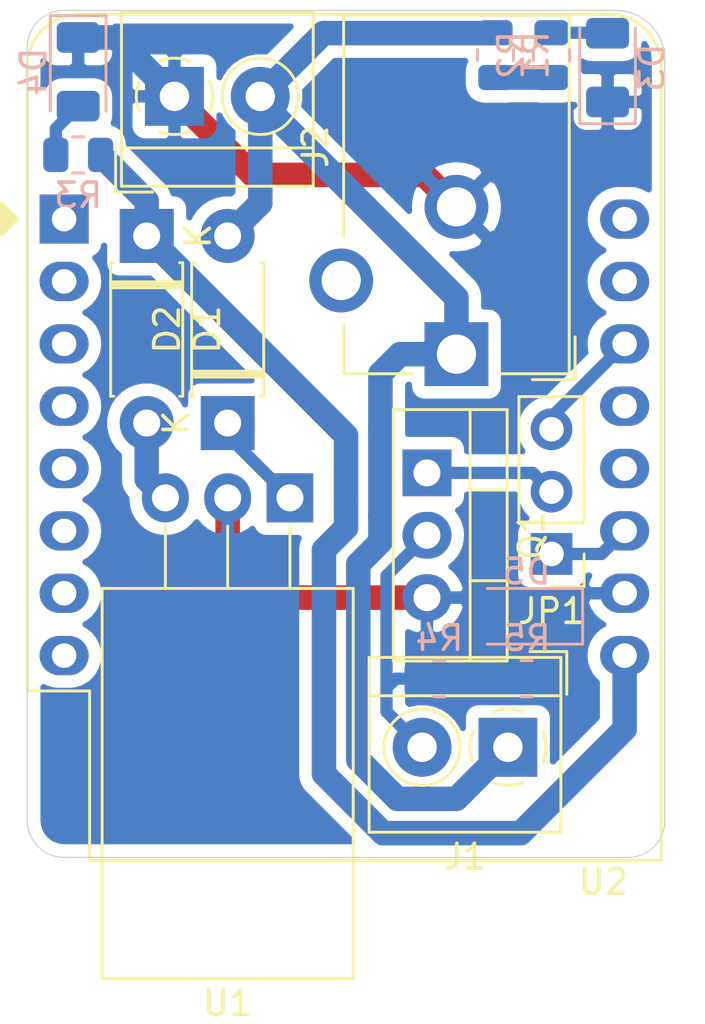
<source format=kicad_pcb>
(kicad_pcb (version 20171130) (host pcbnew 5.1.10)

  (general
    (thickness 1.6)
    (drawings 8)
    (tracks 62)
    (zones 0)
    (modules 17)
    (nets 15)
  )

  (page A4)
  (layers
    (0 F.Cu signal)
    (31 B.Cu signal)
    (32 B.Adhes user)
    (33 F.Adhes user)
    (34 B.Paste user hide)
    (35 F.Paste user)
    (36 B.SilkS user)
    (37 F.SilkS user hide)
    (38 B.Mask user)
    (39 F.Mask user)
    (40 Dwgs.User user)
    (41 Cmts.User user)
    (42 Eco1.User user)
    (43 Eco2.User user)
    (44 Edge.Cuts user)
    (45 Margin user)
    (46 B.CrtYd user)
    (47 F.CrtYd user)
    (48 B.Fab user)
    (49 F.Fab user)
  )

  (setup
    (last_trace_width 0.5)
    (trace_clearance 0.2)
    (zone_clearance 0.508)
    (zone_45_only no)
    (trace_min 0.5)
    (via_size 0.8)
    (via_drill 0.4)
    (via_min_size 0.4)
    (via_min_drill 0.3)
    (uvia_size 0.3)
    (uvia_drill 0.1)
    (uvias_allowed no)
    (uvia_min_size 0.2)
    (uvia_min_drill 0.1)
    (edge_width 0.05)
    (segment_width 0.2)
    (pcb_text_width 0.3)
    (pcb_text_size 1.5 1.5)
    (mod_edge_width 0.12)
    (mod_text_size 1 1)
    (mod_text_width 0.15)
    (pad_size 1.524 1.524)
    (pad_drill 0.762)
    (pad_to_mask_clearance 0.05)
    (aux_axis_origin 0 0)
    (visible_elements FFFFFF7F)
    (pcbplotparams
      (layerselection 0x010fc_ffffffff)
      (usegerberextensions false)
      (usegerberattributes true)
      (usegerberadvancedattributes true)
      (creategerberjobfile true)
      (excludeedgelayer true)
      (linewidth 0.100000)
      (plotframeref false)
      (viasonmask false)
      (mode 1)
      (useauxorigin false)
      (hpglpennumber 1)
      (hpglpenspeed 20)
      (hpglpendiameter 15.000000)
      (psnegative false)
      (psa4output false)
      (plotreference true)
      (plotvalue true)
      (plotinvisibletext false)
      (padsonsilk false)
      (subtractmaskfromsilk false)
      (outputformat 1)
      (mirror false)
      (drillshape 1)
      (scaleselection 1)
      (outputdirectory ""))
  )

  (net 0 "")
  (net 1 GND)
  (net 2 +12V)
  (net 3 "Net-(D1-Pad2)")
  (net 4 "Net-(R1-Pad1)")
  (net 5 +5V)
  (net 6 "Net-(D2-Pad1)")
  (net 7 "Net-(D3-Pad2)")
  (net 8 "Net-(D4-Pad2)")
  (net 9 "Net-(JP1-Pad3)")
  (net 10 "Net-(JP1-Pad2)")
  (net 11 "Net-(JP1-Pad1)")
  (net 12 "Net-(J1-Pad2)")
  (net 13 "Net-(D5-Pad2)")
  (net 14 "Net-(R4-Pad1)")

  (net_class Default "This is the default net class."
    (clearance 0.2)
    (trace_width 0.5)
    (via_dia 0.8)
    (via_drill 0.4)
    (uvia_dia 0.3)
    (uvia_drill 0.1)
    (diff_pair_width 0.5)
    (diff_pair_gap 0.25)
    (add_net "Net-(D2-Pad1)")
    (add_net "Net-(D3-Pad2)")
    (add_net "Net-(D4-Pad2)")
    (add_net "Net-(D5-Pad2)")
    (add_net "Net-(J1-Pad2)")
    (add_net "Net-(JP1-Pad1)")
    (add_net "Net-(JP1-Pad2)")
    (add_net "Net-(JP1-Pad3)")
    (add_net "Net-(R4-Pad1)")
    (add_net "Net-(U2-Pad1)")
    (add_net "Net-(U2-Pad12)")
    (add_net "Net-(U2-Pad13)")
    (add_net "Net-(U2-Pad15)")
    (add_net "Net-(U2-Pad16)")
    (add_net "Net-(U2-Pad2)")
    (add_net "Net-(U2-Pad3)")
    (add_net "Net-(U2-Pad4)")
    (add_net "Net-(U2-Pad5)")
    (add_net "Net-(U2-Pad6)")
    (add_net "Net-(U2-Pad7)")
    (add_net "Net-(U2-Pad8)")
  )

  (net_class CNC ""
    (clearance 0.4)
    (trace_width 1)
    (via_dia 1.6)
    (via_drill 1)
    (uvia_dia 0.8)
    (uvia_drill 0.4)
    (diff_pair_width 0.5)
    (diff_pair_gap 0.5)
    (add_net +12V)
    (add_net +5V)
    (add_net GND)
    (add_net "Net-(D1-Pad2)")
    (add_net "Net-(R1-Pad1)")
  )

  (module Resistor_SMD:R_0805_2012Metric (layer B.Cu) (tedit 5F68FEEE) (tstamp 61BEEBCE)
    (at 38.862 45.72 180)
    (descr "Resistor SMD 0805 (2012 Metric), square (rectangular) end terminal, IPC_7351 nominal, (Body size source: IPC-SM-782 page 72, https://www.pcb-3d.com/wordpress/wp-content/uploads/ipc-sm-782a_amendment_1_and_2.pdf), generated with kicad-footprint-generator")
    (tags resistor)
    (path /61C041DD)
    (attr smd)
    (fp_text reference R5 (at 0 1.65) (layer B.SilkS)
      (effects (font (size 1 1) (thickness 0.15)) (justify mirror))
    )
    (fp_text value R47k (at 0 -1.65) (layer B.Fab)
      (effects (font (size 1 1) (thickness 0.15)) (justify mirror))
    )
    (fp_text user %R (at 0 0) (layer B.Fab)
      (effects (font (size 0.5 0.5) (thickness 0.08)) (justify mirror))
    )
    (fp_line (start -1 -0.625) (end -1 0.625) (layer B.Fab) (width 0.1))
    (fp_line (start -1 0.625) (end 1 0.625) (layer B.Fab) (width 0.1))
    (fp_line (start 1 0.625) (end 1 -0.625) (layer B.Fab) (width 0.1))
    (fp_line (start 1 -0.625) (end -1 -0.625) (layer B.Fab) (width 0.1))
    (fp_line (start -0.227064 0.735) (end 0.227064 0.735) (layer B.SilkS) (width 0.12))
    (fp_line (start -0.227064 -0.735) (end 0.227064 -0.735) (layer B.SilkS) (width 0.12))
    (fp_line (start -1.68 -0.95) (end -1.68 0.95) (layer B.CrtYd) (width 0.05))
    (fp_line (start -1.68 0.95) (end 1.68 0.95) (layer B.CrtYd) (width 0.05))
    (fp_line (start 1.68 0.95) (end 1.68 -0.95) (layer B.CrtYd) (width 0.05))
    (fp_line (start 1.68 -0.95) (end -1.68 -0.95) (layer B.CrtYd) (width 0.05))
    (pad 2 smd roundrect (at 0.9125 0 180) (size 1.025 1.4) (layers B.Cu B.Paste B.Mask) (roundrect_rratio 0.243902)
      (net 14 "Net-(R4-Pad1)"))
    (pad 1 smd roundrect (at -0.9125 0 180) (size 1.025 1.4) (layers B.Cu B.Paste B.Mask) (roundrect_rratio 0.243902)
      (net 13 "Net-(D5-Pad2)"))
    (model ${KISYS3DMOD}/Resistor_SMD.3dshapes/R_0805_2012Metric.wrl
      (at (xyz 0 0 0))
      (scale (xyz 1 1 1))
      (rotate (xyz 0 0 0))
    )
  )

  (module Resistor_SMD:R_0805_2012Metric (layer B.Cu) (tedit 5F68FEEE) (tstamp 61BEEBBD)
    (at 35.306 45.72 180)
    (descr "Resistor SMD 0805 (2012 Metric), square (rectangular) end terminal, IPC_7351 nominal, (Body size source: IPC-SM-782 page 72, https://www.pcb-3d.com/wordpress/wp-content/uploads/ipc-sm-782a_amendment_1_and_2.pdf), generated with kicad-footprint-generator")
    (tags resistor)
    (path /61C03F53)
    (attr smd)
    (fp_text reference R4 (at 0 1.65) (layer B.SilkS)
      (effects (font (size 1 1) (thickness 0.15)) (justify mirror))
    )
    (fp_text value R47k (at 0 -1.65) (layer B.Fab)
      (effects (font (size 1 1) (thickness 0.15)) (justify mirror))
    )
    (fp_text user %R (at 0 0) (layer B.Fab)
      (effects (font (size 0.5 0.5) (thickness 0.08)) (justify mirror))
    )
    (fp_line (start -1 -0.625) (end -1 0.625) (layer B.Fab) (width 0.1))
    (fp_line (start -1 0.625) (end 1 0.625) (layer B.Fab) (width 0.1))
    (fp_line (start 1 0.625) (end 1 -0.625) (layer B.Fab) (width 0.1))
    (fp_line (start 1 -0.625) (end -1 -0.625) (layer B.Fab) (width 0.1))
    (fp_line (start -0.227064 0.735) (end 0.227064 0.735) (layer B.SilkS) (width 0.12))
    (fp_line (start -0.227064 -0.735) (end 0.227064 -0.735) (layer B.SilkS) (width 0.12))
    (fp_line (start -1.68 -0.95) (end -1.68 0.95) (layer B.CrtYd) (width 0.05))
    (fp_line (start -1.68 0.95) (end 1.68 0.95) (layer B.CrtYd) (width 0.05))
    (fp_line (start 1.68 0.95) (end 1.68 -0.95) (layer B.CrtYd) (width 0.05))
    (fp_line (start 1.68 -0.95) (end -1.68 -0.95) (layer B.CrtYd) (width 0.05))
    (pad 2 smd roundrect (at 0.9125 0 180) (size 1.025 1.4) (layers B.Cu B.Paste B.Mask) (roundrect_rratio 0.243902)
      (net 12 "Net-(J1-Pad2)"))
    (pad 1 smd roundrect (at -0.9125 0 180) (size 1.025 1.4) (layers B.Cu B.Paste B.Mask) (roundrect_rratio 0.243902)
      (net 14 "Net-(R4-Pad1)"))
    (model ${KISYS3DMOD}/Resistor_SMD.3dshapes/R_0805_2012Metric.wrl
      (at (xyz 0 0 0))
      (scale (xyz 1 1 1))
      (rotate (xyz 0 0 0))
    )
  )

  (module LED_SMD:LED_1206_3216Metric (layer B.Cu) (tedit 5F68FEF1) (tstamp 61BEE9D0)
    (at 38.862 43.18 180)
    (descr "LED SMD 1206 (3216 Metric), square (rectangular) end terminal, IPC_7351 nominal, (Body size source: http://www.tortai-tech.com/upload/download/2011102023233369053.pdf), generated with kicad-footprint-generator")
    (tags LED)
    (path /61C041E8)
    (attr smd)
    (fp_text reference D5 (at 0 1.82) (layer B.SilkS)
      (effects (font (size 1 1) (thickness 0.15)) (justify mirror))
    )
    (fp_text value LED (at 0 -1.82) (layer B.Fab)
      (effects (font (size 1 1) (thickness 0.15)) (justify mirror))
    )
    (fp_text user %R (at 0 0) (layer B.Fab)
      (effects (font (size 0.8 0.8) (thickness 0.12)) (justify mirror))
    )
    (fp_line (start 1.6 0.8) (end -1.2 0.8) (layer B.Fab) (width 0.1))
    (fp_line (start -1.2 0.8) (end -1.6 0.4) (layer B.Fab) (width 0.1))
    (fp_line (start -1.6 0.4) (end -1.6 -0.8) (layer B.Fab) (width 0.1))
    (fp_line (start -1.6 -0.8) (end 1.6 -0.8) (layer B.Fab) (width 0.1))
    (fp_line (start 1.6 -0.8) (end 1.6 0.8) (layer B.Fab) (width 0.1))
    (fp_line (start 1.6 1.135) (end -2.285 1.135) (layer B.SilkS) (width 0.12))
    (fp_line (start -2.285 1.135) (end -2.285 -1.135) (layer B.SilkS) (width 0.12))
    (fp_line (start -2.285 -1.135) (end 1.6 -1.135) (layer B.SilkS) (width 0.12))
    (fp_line (start -2.28 -1.12) (end -2.28 1.12) (layer B.CrtYd) (width 0.05))
    (fp_line (start -2.28 1.12) (end 2.28 1.12) (layer B.CrtYd) (width 0.05))
    (fp_line (start 2.28 1.12) (end 2.28 -1.12) (layer B.CrtYd) (width 0.05))
    (fp_line (start 2.28 -1.12) (end -2.28 -1.12) (layer B.CrtYd) (width 0.05))
    (pad 2 smd roundrect (at 1.4 0 180) (size 1.25 1.75) (layers B.Cu B.Paste B.Mask) (roundrect_rratio 0.2)
      (net 13 "Net-(D5-Pad2)"))
    (pad 1 smd roundrect (at -1.4 0 180) (size 1.25 1.75) (layers B.Cu B.Paste B.Mask) (roundrect_rratio 0.2)
      (net 1 GND))
    (model ${KISYS3DMOD}/LED_SMD.3dshapes/LED_1206_3216Metric.wrl
      (at (xyz 0 0 0))
      (scale (xyz 1 1 1))
      (rotate (xyz 0 0 0))
    )
  )

  (module Diode_THT:D_DO-41_SOD81_P7.62mm_Horizontal (layer F.Cu) (tedit 5AE50CD5) (tstamp 61BBD9D3)
    (at 26.67 35.306 90)
    (descr "Diode, DO-41_SOD81 series, Axial, Horizontal, pin pitch=7.62mm, , length*diameter=5.2*2.7mm^2, , http://www.diodes.com/_files/packages/DO-41%20(Plastic).pdf")
    (tags "Diode DO-41_SOD81 series Axial Horizontal pin pitch 7.62mm  length 5.2mm diameter 2.7mm")
    (path /61C221F3)
    (fp_text reference D2 (at 3.81 -2.47 90) (layer F.SilkS)
      (effects (font (size 1 1) (thickness 0.15)))
    )
    (fp_text value 1N4001 (at 3.81 2.47 90) (layer F.Fab)
      (effects (font (size 1 1) (thickness 0.15)))
    )
    (fp_line (start 8.97 -1.6) (end -1.35 -1.6) (layer F.CrtYd) (width 0.05))
    (fp_line (start 8.97 1.6) (end 8.97 -1.6) (layer F.CrtYd) (width 0.05))
    (fp_line (start -1.35 1.6) (end 8.97 1.6) (layer F.CrtYd) (width 0.05))
    (fp_line (start -1.35 -1.6) (end -1.35 1.6) (layer F.CrtYd) (width 0.05))
    (fp_line (start 1.87 -1.47) (end 1.87 1.47) (layer F.SilkS) (width 0.12))
    (fp_line (start 2.11 -1.47) (end 2.11 1.47) (layer F.SilkS) (width 0.12))
    (fp_line (start 1.99 -1.47) (end 1.99 1.47) (layer F.SilkS) (width 0.12))
    (fp_line (start 6.53 1.47) (end 6.53 1.34) (layer F.SilkS) (width 0.12))
    (fp_line (start 1.09 1.47) (end 6.53 1.47) (layer F.SilkS) (width 0.12))
    (fp_line (start 1.09 1.34) (end 1.09 1.47) (layer F.SilkS) (width 0.12))
    (fp_line (start 6.53 -1.47) (end 6.53 -1.34) (layer F.SilkS) (width 0.12))
    (fp_line (start 1.09 -1.47) (end 6.53 -1.47) (layer F.SilkS) (width 0.12))
    (fp_line (start 1.09 -1.34) (end 1.09 -1.47) (layer F.SilkS) (width 0.12))
    (fp_line (start 1.89 -1.35) (end 1.89 1.35) (layer F.Fab) (width 0.1))
    (fp_line (start 2.09 -1.35) (end 2.09 1.35) (layer F.Fab) (width 0.1))
    (fp_line (start 1.99 -1.35) (end 1.99 1.35) (layer F.Fab) (width 0.1))
    (fp_line (start 7.62 0) (end 6.41 0) (layer F.Fab) (width 0.1))
    (fp_line (start 0 0) (end 1.21 0) (layer F.Fab) (width 0.1))
    (fp_line (start 6.41 -1.35) (end 1.21 -1.35) (layer F.Fab) (width 0.1))
    (fp_line (start 6.41 1.35) (end 6.41 -1.35) (layer F.Fab) (width 0.1))
    (fp_line (start 1.21 1.35) (end 6.41 1.35) (layer F.Fab) (width 0.1))
    (fp_line (start 1.21 -1.35) (end 1.21 1.35) (layer F.Fab) (width 0.1))
    (fp_text user K (at 0 -2.1 90) (layer F.SilkS)
      (effects (font (size 1 1) (thickness 0.15)))
    )
    (fp_text user K (at 0 -2.1 90) (layer F.Fab)
      (effects (font (size 1 1) (thickness 0.15)))
    )
    (fp_text user %R (at 4.2 0 90) (layer F.Fab)
      (effects (font (size 1 1) (thickness 0.15)))
    )
    (pad 2 thru_hole oval (at 7.62 0 90) (size 2.2 2.2) (drill 1.1) (layers *.Cu *.Mask)
      (net 2 +12V))
    (pad 1 thru_hole rect (at 0 0 90) (size 2.2 2.2) (drill 1.1) (layers *.Cu *.Mask)
      (net 6 "Net-(D2-Pad1)"))
    (model ${KISYS3DMOD}/Diode_THT.3dshapes/D_DO-41_SOD81_P7.62mm_Horizontal.wrl
      (at (xyz 0 0 0))
      (scale (xyz 1 1 1))
      (rotate (xyz 0 0 0))
    )
  )

  (module Diode_THT:D_DO-41_SOD81_P7.62mm_Horizontal (layer F.Cu) (tedit 5AE50CD5) (tstamp 61BBF386)
    (at 23.368 27.686 270)
    (descr "Diode, DO-41_SOD81 series, Axial, Horizontal, pin pitch=7.62mm, , length*diameter=5.2*2.7mm^2, , http://www.diodes.com/_files/packages/DO-41%20(Plastic).pdf")
    (tags "Diode DO-41_SOD81 series Axial Horizontal pin pitch 7.62mm  length 5.2mm diameter 2.7mm")
    (path /61C23E41)
    (fp_text reference D1 (at 3.81 -2.47 90) (layer F.SilkS)
      (effects (font (size 1 1) (thickness 0.15)))
    )
    (fp_text value 1N4001 (at 3.81 2.47 90) (layer F.Fab)
      (effects (font (size 1 1) (thickness 0.15)))
    )
    (fp_line (start 8.97 -1.6) (end -1.35 -1.6) (layer F.CrtYd) (width 0.05))
    (fp_line (start 8.97 1.6) (end 8.97 -1.6) (layer F.CrtYd) (width 0.05))
    (fp_line (start -1.35 1.6) (end 8.97 1.6) (layer F.CrtYd) (width 0.05))
    (fp_line (start -1.35 -1.6) (end -1.35 1.6) (layer F.CrtYd) (width 0.05))
    (fp_line (start 1.87 -1.47) (end 1.87 1.47) (layer F.SilkS) (width 0.12))
    (fp_line (start 2.11 -1.47) (end 2.11 1.47) (layer F.SilkS) (width 0.12))
    (fp_line (start 1.99 -1.47) (end 1.99 1.47) (layer F.SilkS) (width 0.12))
    (fp_line (start 6.53 1.47) (end 6.53 1.34) (layer F.SilkS) (width 0.12))
    (fp_line (start 1.09 1.47) (end 6.53 1.47) (layer F.SilkS) (width 0.12))
    (fp_line (start 1.09 1.34) (end 1.09 1.47) (layer F.SilkS) (width 0.12))
    (fp_line (start 6.53 -1.47) (end 6.53 -1.34) (layer F.SilkS) (width 0.12))
    (fp_line (start 1.09 -1.47) (end 6.53 -1.47) (layer F.SilkS) (width 0.12))
    (fp_line (start 1.09 -1.34) (end 1.09 -1.47) (layer F.SilkS) (width 0.12))
    (fp_line (start 1.89 -1.35) (end 1.89 1.35) (layer F.Fab) (width 0.1))
    (fp_line (start 2.09 -1.35) (end 2.09 1.35) (layer F.Fab) (width 0.1))
    (fp_line (start 1.99 -1.35) (end 1.99 1.35) (layer F.Fab) (width 0.1))
    (fp_line (start 7.62 0) (end 6.41 0) (layer F.Fab) (width 0.1))
    (fp_line (start 0 0) (end 1.21 0) (layer F.Fab) (width 0.1))
    (fp_line (start 6.41 -1.35) (end 1.21 -1.35) (layer F.Fab) (width 0.1))
    (fp_line (start 6.41 1.35) (end 6.41 -1.35) (layer F.Fab) (width 0.1))
    (fp_line (start 1.21 1.35) (end 6.41 1.35) (layer F.Fab) (width 0.1))
    (fp_line (start 1.21 -1.35) (end 1.21 1.35) (layer F.Fab) (width 0.1))
    (fp_text user K (at 0 -2.1 90) (layer F.SilkS)
      (effects (font (size 1 1) (thickness 0.15)))
    )
    (fp_text user K (at 0 -2.1 90) (layer F.Fab)
      (effects (font (size 1 1) (thickness 0.15)))
    )
    (fp_text user %R (at 4.2 0 90) (layer F.Fab)
      (effects (font (size 1 1) (thickness 0.15)))
    )
    (pad 2 thru_hole oval (at 7.62 0 270) (size 2.2 2.2) (drill 1.1) (layers *.Cu *.Mask)
      (net 3 "Net-(D1-Pad2)"))
    (pad 1 thru_hole rect (at 0 0 270) (size 2.2 2.2) (drill 1.1) (layers *.Cu *.Mask)
      (net 5 +5V))
    (model ${KISYS3DMOD}/Diode_THT.3dshapes/D_DO-41_SOD81_P7.62mm_Horizontal.wrl
      (at (xyz 0 0 0))
      (scale (xyz 1 1 1))
      (rotate (xyz 0 0 0))
    )
  )

  (module Package_TO_SOT_THT:TO-220-3_Vertical (layer F.Cu) (tedit 5AC8BA0D) (tstamp 61BBDF99)
    (at 34.798 37.338 270)
    (descr "TO-220-3, Vertical, RM 2.54mm, see https://www.vishay.com/docs/66542/to-220-1.pdf")
    (tags "TO-220-3 Vertical RM 2.54mm")
    (path /61BD59DD)
    (fp_text reference Q1 (at 2.54 -4.27 90) (layer F.SilkS)
      (effects (font (size 1 1) (thickness 0.15)))
    )
    (fp_text value IRLB8721PBF (at 2.54 2.5 90) (layer F.Fab)
      (effects (font (size 1 1) (thickness 0.15)))
    )
    (fp_line (start 7.79 -3.4) (end -2.71 -3.4) (layer F.CrtYd) (width 0.05))
    (fp_line (start 7.79 1.51) (end 7.79 -3.4) (layer F.CrtYd) (width 0.05))
    (fp_line (start -2.71 1.51) (end 7.79 1.51) (layer F.CrtYd) (width 0.05))
    (fp_line (start -2.71 -3.4) (end -2.71 1.51) (layer F.CrtYd) (width 0.05))
    (fp_line (start 4.391 -3.27) (end 4.391 -1.76) (layer F.SilkS) (width 0.12))
    (fp_line (start 0.69 -3.27) (end 0.69 -1.76) (layer F.SilkS) (width 0.12))
    (fp_line (start -2.58 -1.76) (end 7.66 -1.76) (layer F.SilkS) (width 0.12))
    (fp_line (start 7.66 -3.27) (end 7.66 1.371) (layer F.SilkS) (width 0.12))
    (fp_line (start -2.58 -3.27) (end -2.58 1.371) (layer F.SilkS) (width 0.12))
    (fp_line (start -2.58 1.371) (end 7.66 1.371) (layer F.SilkS) (width 0.12))
    (fp_line (start -2.58 -3.27) (end 7.66 -3.27) (layer F.SilkS) (width 0.12))
    (fp_line (start 4.39 -3.15) (end 4.39 -1.88) (layer F.Fab) (width 0.1))
    (fp_line (start 0.69 -3.15) (end 0.69 -1.88) (layer F.Fab) (width 0.1))
    (fp_line (start -2.46 -1.88) (end 7.54 -1.88) (layer F.Fab) (width 0.1))
    (fp_line (start 7.54 -3.15) (end -2.46 -3.15) (layer F.Fab) (width 0.1))
    (fp_line (start 7.54 1.25) (end 7.54 -3.15) (layer F.Fab) (width 0.1))
    (fp_line (start -2.46 1.25) (end 7.54 1.25) (layer F.Fab) (width 0.1))
    (fp_line (start -2.46 -3.15) (end -2.46 1.25) (layer F.Fab) (width 0.1))
    (fp_text user %R (at 2.54 -4.27 90) (layer F.Fab)
      (effects (font (size 1 1) (thickness 0.15)))
    )
    (pad 3 thru_hole oval (at 5.08 0 270) (size 1.905 2) (drill 1.1) (layers *.Cu *.Mask)
      (net 1 GND))
    (pad 2 thru_hole oval (at 2.54 0 270) (size 1.905 2) (drill 1.1) (layers *.Cu *.Mask)
      (net 12 "Net-(J1-Pad2)"))
    (pad 1 thru_hole rect (at 0 0 270) (size 1.905 2) (drill 1.1) (layers *.Cu *.Mask)
      (net 10 "Net-(JP1-Pad2)"))
    (model ${KISYS3DMOD}/Package_TO_SOT_THT.3dshapes/TO-220-3_Vertical.wrl
      (at (xyz 0 0 0))
      (scale (xyz 1 1 1))
      (rotate (xyz 0 0 0))
    )
  )

  (module Connector_PinHeader_2.54mm:PinHeader_1x03_P2.54mm_Vertical (layer F.Cu) (tedit 59FED5CC) (tstamp 61BBDED6)
    (at 39.878 40.64 180)
    (descr "Through hole straight pin header, 1x03, 2.54mm pitch, single row")
    (tags "Through hole pin header THT 1x03 2.54mm single row")
    (path /61C0912C)
    (fp_text reference JP1 (at 0 -2.33) (layer F.SilkS)
      (effects (font (size 1 1) (thickness 0.15)))
    )
    (fp_text value Jumper_NC_Dual (at 0 7.41) (layer F.Fab)
      (effects (font (size 1 1) (thickness 0.15)))
    )
    (fp_line (start 1.8 -1.8) (end -1.8 -1.8) (layer F.CrtYd) (width 0.05))
    (fp_line (start 1.8 6.85) (end 1.8 -1.8) (layer F.CrtYd) (width 0.05))
    (fp_line (start -1.8 6.85) (end 1.8 6.85) (layer F.CrtYd) (width 0.05))
    (fp_line (start -1.8 -1.8) (end -1.8 6.85) (layer F.CrtYd) (width 0.05))
    (fp_line (start -1.33 -1.33) (end 0 -1.33) (layer F.SilkS) (width 0.12))
    (fp_line (start -1.33 0) (end -1.33 -1.33) (layer F.SilkS) (width 0.12))
    (fp_line (start -1.33 1.27) (end 1.33 1.27) (layer F.SilkS) (width 0.12))
    (fp_line (start 1.33 1.27) (end 1.33 6.41) (layer F.SilkS) (width 0.12))
    (fp_line (start -1.33 1.27) (end -1.33 6.41) (layer F.SilkS) (width 0.12))
    (fp_line (start -1.33 6.41) (end 1.33 6.41) (layer F.SilkS) (width 0.12))
    (fp_line (start -1.27 -0.635) (end -0.635 -1.27) (layer F.Fab) (width 0.1))
    (fp_line (start -1.27 6.35) (end -1.27 -0.635) (layer F.Fab) (width 0.1))
    (fp_line (start 1.27 6.35) (end -1.27 6.35) (layer F.Fab) (width 0.1))
    (fp_line (start 1.27 -1.27) (end 1.27 6.35) (layer F.Fab) (width 0.1))
    (fp_line (start -0.635 -1.27) (end 1.27 -1.27) (layer F.Fab) (width 0.1))
    (fp_text user %R (at 0 2.54 90) (layer F.Fab)
      (effects (font (size 1 1) (thickness 0.15)))
    )
    (pad 3 thru_hole oval (at 0 5.08 180) (size 1.7 1.7) (drill 1) (layers *.Cu *.Mask)
      (net 9 "Net-(JP1-Pad3)"))
    (pad 2 thru_hole oval (at 0 2.54 180) (size 1.7 1.7) (drill 1) (layers *.Cu *.Mask)
      (net 10 "Net-(JP1-Pad2)"))
    (pad 1 thru_hole rect (at 0 0 180) (size 1.7 1.7) (drill 1) (layers *.Cu *.Mask)
      (net 11 "Net-(JP1-Pad1)"))
    (model ${KISYS3DMOD}/Connector_PinHeader_2.54mm.3dshapes/PinHeader_1x03_P2.54mm_Vertical.wrl
      (at (xyz 0 0 0))
      (scale (xyz 1 1 1))
      (rotate (xyz 0 0 0))
    )
  )

  (module TerminalBlock_4Ucon:TerminalBlock_4Ucon_1x02_P3.50mm_Horizontal (layer F.Cu) (tedit 5B294E91) (tstamp 5FA12B6C)
    (at 24.5 22)
    (descr "Terminal Block 4Ucon ItemNo. 19963, 2 pins, pitch 3.5mm, size 7.7x7mm^2, drill diamater 1.2mm, pad diameter 2.4mm, see http://www.4uconnector.com/online/object/4udrawing/19963.pdf, script-generated using https://github.com/pointhi/kicad-footprint-generator/scripts/TerminalBlock_4Ucon")
    (tags "THT Terminal Block 4Ucon ItemNo. 19963 pitch 3.5mm size 7.7x7mm^2 drill 1.2mm pad 2.4mm")
    (path /5FA1108A)
    (fp_text reference J3 (at 1.75 -4.46) (layer F.SilkS)
      (effects (font (size 1 1) (thickness 0.15)))
    )
    (fp_text value Screw_Terminal_01x02 (at 1.75 4.66) (layer F.Fab)
      (effects (font (size 1 1) (thickness 0.15)))
    )
    (fp_line (start 6.1 -3.9) (end -2.6 -3.9) (layer F.CrtYd) (width 0.05))
    (fp_line (start 6.1 4.1) (end 6.1 -3.9) (layer F.CrtYd) (width 0.05))
    (fp_line (start -2.6 4.1) (end 6.1 4.1) (layer F.CrtYd) (width 0.05))
    (fp_line (start -2.6 -3.9) (end -2.6 4.1) (layer F.CrtYd) (width 0.05))
    (fp_line (start -2.4 3.9) (end -0.9 3.9) (layer F.SilkS) (width 0.12))
    (fp_line (start -2.4 2.16) (end -2.4 3.9) (layer F.SilkS) (width 0.12))
    (fp_line (start 2.4 0.069) (end 2.4 -0.069) (layer F.Fab) (width 0.1))
    (fp_line (start 3.431 0.069) (end 2.4 0.069) (layer F.Fab) (width 0.1))
    (fp_line (start 3.431 1.1) (end 3.431 0.069) (layer F.Fab) (width 0.1))
    (fp_line (start 3.569 1.1) (end 3.431 1.1) (layer F.Fab) (width 0.1))
    (fp_line (start 3.569 0.069) (end 3.569 1.1) (layer F.Fab) (width 0.1))
    (fp_line (start 4.6 0.069) (end 3.569 0.069) (layer F.Fab) (width 0.1))
    (fp_line (start 4.6 -0.069) (end 4.6 0.069) (layer F.Fab) (width 0.1))
    (fp_line (start 3.569 -0.069) (end 4.6 -0.069) (layer F.Fab) (width 0.1))
    (fp_line (start 3.569 -1.1) (end 3.569 -0.069) (layer F.Fab) (width 0.1))
    (fp_line (start 3.431 -1.1) (end 3.569 -1.1) (layer F.Fab) (width 0.1))
    (fp_line (start 3.431 -0.069) (end 3.431 -1.1) (layer F.Fab) (width 0.1))
    (fp_line (start 2.4 -0.069) (end 3.431 -0.069) (layer F.Fab) (width 0.1))
    (fp_line (start -1.1 0.069) (end -1.1 -0.069) (layer F.Fab) (width 0.1))
    (fp_line (start -0.069 0.069) (end -1.1 0.069) (layer F.Fab) (width 0.1))
    (fp_line (start -0.069 1.1) (end -0.069 0.069) (layer F.Fab) (width 0.1))
    (fp_line (start 0.069 1.1) (end -0.069 1.1) (layer F.Fab) (width 0.1))
    (fp_line (start 0.069 0.069) (end 0.069 1.1) (layer F.Fab) (width 0.1))
    (fp_line (start 1.1 0.069) (end 0.069 0.069) (layer F.Fab) (width 0.1))
    (fp_line (start 1.1 -0.069) (end 1.1 0.069) (layer F.Fab) (width 0.1))
    (fp_line (start 0.069 -0.069) (end 1.1 -0.069) (layer F.Fab) (width 0.1))
    (fp_line (start 0.069 -1.1) (end 0.069 -0.069) (layer F.Fab) (width 0.1))
    (fp_line (start -0.069 -1.1) (end 0.069 -1.1) (layer F.Fab) (width 0.1))
    (fp_line (start -0.069 -0.069) (end -0.069 -1.1) (layer F.Fab) (width 0.1))
    (fp_line (start -1.1 -0.069) (end -0.069 -0.069) (layer F.Fab) (width 0.1))
    (fp_line (start 5.66 -3.46) (end 5.66 3.66) (layer F.SilkS) (width 0.12))
    (fp_line (start -2.16 -3.46) (end -2.16 3.66) (layer F.SilkS) (width 0.12))
    (fp_line (start -2.16 3.66) (end 5.66 3.66) (layer F.SilkS) (width 0.12))
    (fp_line (start -2.16 -3.46) (end 5.66 -3.46) (layer F.SilkS) (width 0.12))
    (fp_line (start -2.16 2.1) (end 5.66 2.1) (layer F.SilkS) (width 0.12))
    (fp_line (start -2.1 2.1) (end 5.6 2.1) (layer F.Fab) (width 0.1))
    (fp_line (start -2.1 2.1) (end -2.1 -3.4) (layer F.Fab) (width 0.1))
    (fp_line (start -0.6 3.6) (end -2.1 2.1) (layer F.Fab) (width 0.1))
    (fp_line (start 5.6 3.6) (end -0.6 3.6) (layer F.Fab) (width 0.1))
    (fp_line (start 5.6 -3.4) (end 5.6 3.6) (layer F.Fab) (width 0.1))
    (fp_line (start -2.1 -3.4) (end 5.6 -3.4) (layer F.Fab) (width 0.1))
    (fp_circle (center 3.5 0) (end 5.055 0) (layer F.SilkS) (width 0.12))
    (fp_circle (center 3.5 0) (end 4.875 0) (layer F.Fab) (width 0.1))
    (fp_circle (center 0 0) (end 1.375 0) (layer F.Fab) (width 0.1))
    (fp_text user %R (at 1.75 2.9) (layer F.Fab)
      (effects (font (size 1 1) (thickness 0.15)))
    )
    (fp_arc (start 0 0) (end -0.608 1.432) (angle -24) (layer F.SilkS) (width 0.12))
    (fp_arc (start 0 0) (end -1.432 -0.608) (angle -46) (layer F.SilkS) (width 0.12))
    (fp_arc (start 0 0) (end 0.608 -1.432) (angle -46) (layer F.SilkS) (width 0.12))
    (fp_arc (start 0 0) (end 1.432 0.608) (angle -46) (layer F.SilkS) (width 0.12))
    (fp_arc (start 0 0) (end 0 1.555) (angle -23) (layer F.SilkS) (width 0.12))
    (pad 2 thru_hole circle (at 3.5 0) (size 2.4 2.4) (drill 1.2) (layers *.Cu *.Mask)
      (net 2 +12V))
    (pad 1 thru_hole rect (at 0 0) (size 2.4 2.4) (drill 1.2) (layers *.Cu *.Mask)
      (net 1 GND))
    (model ${KISYS3DMOD}/TerminalBlock_4Ucon.3dshapes/TerminalBlock_4Ucon_1x02_P3.50mm_Horizontal.wrl
      (at (xyz 0 0 0))
      (scale (xyz 1 1 1))
      (rotate (xyz 0 0 0))
    )
  )

  (module TerminalBlock_4Ucon:TerminalBlock_4Ucon_1x02_P3.50mm_Horizontal (layer F.Cu) (tedit 5B294E91) (tstamp 61BBFAA6)
    (at 38.1 48.514 180)
    (descr "Terminal Block 4Ucon ItemNo. 19963, 2 pins, pitch 3.5mm, size 7.7x7mm^2, drill diamater 1.2mm, pad diameter 2.4mm, see http://www.4uconnector.com/online/object/4udrawing/19963.pdf, script-generated using https://github.com/pointhi/kicad-footprint-generator/scripts/TerminalBlock_4Ucon")
    (tags "THT Terminal Block 4Ucon ItemNo. 19963 pitch 3.5mm size 7.7x7mm^2 drill 1.2mm pad 2.4mm")
    (path /61C04E6C)
    (fp_text reference J1 (at 1.75 -4.46) (layer F.SilkS)
      (effects (font (size 1 1) (thickness 0.15)))
    )
    (fp_text value Screw_Terminal_01x02 (at 1.75 4.66) (layer F.Fab)
      (effects (font (size 1 1) (thickness 0.15)))
    )
    (fp_line (start 6.1 -3.9) (end -2.6 -3.9) (layer F.CrtYd) (width 0.05))
    (fp_line (start 6.1 4.1) (end 6.1 -3.9) (layer F.CrtYd) (width 0.05))
    (fp_line (start -2.6 4.1) (end 6.1 4.1) (layer F.CrtYd) (width 0.05))
    (fp_line (start -2.6 -3.9) (end -2.6 4.1) (layer F.CrtYd) (width 0.05))
    (fp_line (start -2.4 3.9) (end -0.9 3.9) (layer F.SilkS) (width 0.12))
    (fp_line (start -2.4 2.16) (end -2.4 3.9) (layer F.SilkS) (width 0.12))
    (fp_line (start 2.4 0.069) (end 2.4 -0.069) (layer F.Fab) (width 0.1))
    (fp_line (start 3.431 0.069) (end 2.4 0.069) (layer F.Fab) (width 0.1))
    (fp_line (start 3.431 1.1) (end 3.431 0.069) (layer F.Fab) (width 0.1))
    (fp_line (start 3.569 1.1) (end 3.431 1.1) (layer F.Fab) (width 0.1))
    (fp_line (start 3.569 0.069) (end 3.569 1.1) (layer F.Fab) (width 0.1))
    (fp_line (start 4.6 0.069) (end 3.569 0.069) (layer F.Fab) (width 0.1))
    (fp_line (start 4.6 -0.069) (end 4.6 0.069) (layer F.Fab) (width 0.1))
    (fp_line (start 3.569 -0.069) (end 4.6 -0.069) (layer F.Fab) (width 0.1))
    (fp_line (start 3.569 -1.1) (end 3.569 -0.069) (layer F.Fab) (width 0.1))
    (fp_line (start 3.431 -1.1) (end 3.569 -1.1) (layer F.Fab) (width 0.1))
    (fp_line (start 3.431 -0.069) (end 3.431 -1.1) (layer F.Fab) (width 0.1))
    (fp_line (start 2.4 -0.069) (end 3.431 -0.069) (layer F.Fab) (width 0.1))
    (fp_line (start -1.1 0.069) (end -1.1 -0.069) (layer F.Fab) (width 0.1))
    (fp_line (start -0.069 0.069) (end -1.1 0.069) (layer F.Fab) (width 0.1))
    (fp_line (start -0.069 1.1) (end -0.069 0.069) (layer F.Fab) (width 0.1))
    (fp_line (start 0.069 1.1) (end -0.069 1.1) (layer F.Fab) (width 0.1))
    (fp_line (start 0.069 0.069) (end 0.069 1.1) (layer F.Fab) (width 0.1))
    (fp_line (start 1.1 0.069) (end 0.069 0.069) (layer F.Fab) (width 0.1))
    (fp_line (start 1.1 -0.069) (end 1.1 0.069) (layer F.Fab) (width 0.1))
    (fp_line (start 0.069 -0.069) (end 1.1 -0.069) (layer F.Fab) (width 0.1))
    (fp_line (start 0.069 -1.1) (end 0.069 -0.069) (layer F.Fab) (width 0.1))
    (fp_line (start -0.069 -1.1) (end 0.069 -1.1) (layer F.Fab) (width 0.1))
    (fp_line (start -0.069 -0.069) (end -0.069 -1.1) (layer F.Fab) (width 0.1))
    (fp_line (start -1.1 -0.069) (end -0.069 -0.069) (layer F.Fab) (width 0.1))
    (fp_line (start 5.66 -3.46) (end 5.66 3.66) (layer F.SilkS) (width 0.12))
    (fp_line (start -2.16 -3.46) (end -2.16 3.66) (layer F.SilkS) (width 0.12))
    (fp_line (start -2.16 3.66) (end 5.66 3.66) (layer F.SilkS) (width 0.12))
    (fp_line (start -2.16 -3.46) (end 5.66 -3.46) (layer F.SilkS) (width 0.12))
    (fp_line (start -2.16 2.1) (end 5.66 2.1) (layer F.SilkS) (width 0.12))
    (fp_line (start -2.1 2.1) (end 5.6 2.1) (layer F.Fab) (width 0.1))
    (fp_line (start -2.1 2.1) (end -2.1 -3.4) (layer F.Fab) (width 0.1))
    (fp_line (start -0.6 3.6) (end -2.1 2.1) (layer F.Fab) (width 0.1))
    (fp_line (start 5.6 3.6) (end -0.6 3.6) (layer F.Fab) (width 0.1))
    (fp_line (start 5.6 -3.4) (end 5.6 3.6) (layer F.Fab) (width 0.1))
    (fp_line (start -2.1 -3.4) (end 5.6 -3.4) (layer F.Fab) (width 0.1))
    (fp_circle (center 3.5 0) (end 5.055 0) (layer F.SilkS) (width 0.12))
    (fp_circle (center 3.5 0) (end 4.875 0) (layer F.Fab) (width 0.1))
    (fp_circle (center 0 0) (end 1.375 0) (layer F.Fab) (width 0.1))
    (fp_text user %R (at 1.75 2.9) (layer F.Fab)
      (effects (font (size 1 1) (thickness 0.15)))
    )
    (fp_arc (start 0 0) (end -0.608 1.432) (angle -24) (layer F.SilkS) (width 0.12))
    (fp_arc (start 0 0) (end -1.432 -0.608) (angle -46) (layer F.SilkS) (width 0.12))
    (fp_arc (start 0 0) (end 0.608 -1.432) (angle -46) (layer F.SilkS) (width 0.12))
    (fp_arc (start 0 0) (end 1.432 0.608) (angle -46) (layer F.SilkS) (width 0.12))
    (fp_arc (start 0 0) (end 0 1.555) (angle -23) (layer F.SilkS) (width 0.12))
    (pad 2 thru_hole circle (at 3.5 0 180) (size 2.4 2.4) (drill 1.2) (layers *.Cu *.Mask)
      (net 12 "Net-(J1-Pad2)"))
    (pad 1 thru_hole rect (at 0 0 180) (size 2.4 2.4) (drill 1.2) (layers *.Cu *.Mask)
      (net 2 +12V))
    (model ${KISYS3DMOD}/TerminalBlock_4Ucon.3dshapes/TerminalBlock_4Ucon_1x02_P3.50mm_Horizontal.wrl
      (at (xyz 0 0 0))
      (scale (xyz 1 1 1))
      (rotate (xyz 0 0 0))
    )
  )

  (module Resistor_SMD:R_0805_2012Metric (layer B.Cu) (tedit 5F68FEEE) (tstamp 60FB6E26)
    (at 39.878 20.32 270)
    (descr "Resistor SMD 0805 (2012 Metric), square (rectangular) end terminal, IPC_7351 nominal, (Body size source: IPC-SM-782 page 72, https://www.pcb-3d.com/wordpress/wp-content/uploads/ipc-sm-782a_amendment_1_and_2.pdf), generated with kicad-footprint-generator")
    (tags resistor)
    (path /60FBBDEA)
    (attr smd)
    (fp_text reference R2 (at 0 1.65 90) (layer B.SilkS)
      (effects (font (size 1 1) (thickness 0.15)) (justify mirror))
    )
    (fp_text value R47k (at 0 -1.65 90) (layer B.Fab)
      (effects (font (size 1 1) (thickness 0.15)) (justify mirror))
    )
    (fp_line (start 1.68 -0.95) (end -1.68 -0.95) (layer B.CrtYd) (width 0.05))
    (fp_line (start 1.68 0.95) (end 1.68 -0.95) (layer B.CrtYd) (width 0.05))
    (fp_line (start -1.68 0.95) (end 1.68 0.95) (layer B.CrtYd) (width 0.05))
    (fp_line (start -1.68 -0.95) (end -1.68 0.95) (layer B.CrtYd) (width 0.05))
    (fp_line (start -0.227064 -0.735) (end 0.227064 -0.735) (layer B.SilkS) (width 0.12))
    (fp_line (start -0.227064 0.735) (end 0.227064 0.735) (layer B.SilkS) (width 0.12))
    (fp_line (start 1 -0.625) (end -1 -0.625) (layer B.Fab) (width 0.1))
    (fp_line (start 1 0.625) (end 1 -0.625) (layer B.Fab) (width 0.1))
    (fp_line (start -1 0.625) (end 1 0.625) (layer B.Fab) (width 0.1))
    (fp_line (start -1 -0.625) (end -1 0.625) (layer B.Fab) (width 0.1))
    (fp_text user %R (at 0 0 90) (layer B.Fab)
      (effects (font (size 0.5 0.5) (thickness 0.08)) (justify mirror))
    )
    (pad 2 smd roundrect (at 0.9125 0 270) (size 1.025 1.4) (layers B.Cu B.Paste B.Mask) (roundrect_rratio 0.243902)
      (net 4 "Net-(R1-Pad1)"))
    (pad 1 smd roundrect (at -0.9125 0 270) (size 1.025 1.4) (layers B.Cu B.Paste B.Mask) (roundrect_rratio 0.243902)
      (net 7 "Net-(D3-Pad2)"))
    (model ${KISYS3DMOD}/Resistor_SMD.3dshapes/R_0805_2012Metric.wrl
      (at (xyz 0 0 0))
      (scale (xyz 1 1 1))
      (rotate (xyz 0 0 0))
    )
  )

  (module Resistor_SMD:R_0805_2012Metric (layer B.Cu) (tedit 5F68FEEE) (tstamp 60FB7486)
    (at 20.574 24.384)
    (descr "Resistor SMD 0805 (2012 Metric), square (rectangular) end terminal, IPC_7351 nominal, (Body size source: IPC-SM-782 page 72, https://www.pcb-3d.com/wordpress/wp-content/uploads/ipc-sm-782a_amendment_1_and_2.pdf), generated with kicad-footprint-generator")
    (tags resistor)
    (path /60FCFB48)
    (attr smd)
    (fp_text reference R3 (at 0 1.65 180) (layer B.SilkS)
      (effects (font (size 1 1) (thickness 0.15)) (justify mirror))
    )
    (fp_text value R16k (at 0 -1.65 180) (layer B.Fab)
      (effects (font (size 1 1) (thickness 0.15)) (justify mirror))
    )
    (fp_line (start 1.68 -0.95) (end -1.68 -0.95) (layer B.CrtYd) (width 0.05))
    (fp_line (start 1.68 0.95) (end 1.68 -0.95) (layer B.CrtYd) (width 0.05))
    (fp_line (start -1.68 0.95) (end 1.68 0.95) (layer B.CrtYd) (width 0.05))
    (fp_line (start -1.68 -0.95) (end -1.68 0.95) (layer B.CrtYd) (width 0.05))
    (fp_line (start -0.227064 -0.735) (end 0.227064 -0.735) (layer B.SilkS) (width 0.12))
    (fp_line (start -0.227064 0.735) (end 0.227064 0.735) (layer B.SilkS) (width 0.12))
    (fp_line (start 1 -0.625) (end -1 -0.625) (layer B.Fab) (width 0.1))
    (fp_line (start 1 0.625) (end 1 -0.625) (layer B.Fab) (width 0.1))
    (fp_line (start -1 0.625) (end 1 0.625) (layer B.Fab) (width 0.1))
    (fp_line (start -1 -0.625) (end -1 0.625) (layer B.Fab) (width 0.1))
    (fp_text user %R (at 0 0 180) (layer B.Fab)
      (effects (font (size 0.5 0.5) (thickness 0.08)) (justify mirror))
    )
    (pad 2 smd roundrect (at 0.9125 0) (size 1.025 1.4) (layers B.Cu B.Paste B.Mask) (roundrect_rratio 0.243902)
      (net 5 +5V))
    (pad 1 smd roundrect (at -0.9125 0) (size 1.025 1.4) (layers B.Cu B.Paste B.Mask) (roundrect_rratio 0.243902)
      (net 8 "Net-(D4-Pad2)"))
    (model ${KISYS3DMOD}/Resistor_SMD.3dshapes/R_0805_2012Metric.wrl
      (at (xyz 0 0 0))
      (scale (xyz 1 1 1))
      (rotate (xyz 0 0 0))
    )
  )

  (module Resistor_SMD:R_0805_2012Metric (layer B.Cu) (tedit 5F68FEEE) (tstamp 60FB6E04)
    (at 37.592 20.32 90)
    (descr "Resistor SMD 0805 (2012 Metric), square (rectangular) end terminal, IPC_7351 nominal, (Body size source: IPC-SM-782 page 72, https://www.pcb-3d.com/wordpress/wp-content/uploads/ipc-sm-782a_amendment_1_and_2.pdf), generated with kicad-footprint-generator")
    (tags resistor)
    (path /60FBA4EF)
    (attr smd)
    (fp_text reference R1 (at 0 1.65 90) (layer B.SilkS)
      (effects (font (size 1 1) (thickness 0.15)) (justify mirror))
    )
    (fp_text value R47k (at 0 -1.65 90) (layer B.Fab)
      (effects (font (size 1 1) (thickness 0.15)) (justify mirror))
    )
    (fp_line (start 1.68 -0.95) (end -1.68 -0.95) (layer B.CrtYd) (width 0.05))
    (fp_line (start 1.68 0.95) (end 1.68 -0.95) (layer B.CrtYd) (width 0.05))
    (fp_line (start -1.68 0.95) (end 1.68 0.95) (layer B.CrtYd) (width 0.05))
    (fp_line (start -1.68 -0.95) (end -1.68 0.95) (layer B.CrtYd) (width 0.05))
    (fp_line (start -0.227064 -0.735) (end 0.227064 -0.735) (layer B.SilkS) (width 0.12))
    (fp_line (start -0.227064 0.735) (end 0.227064 0.735) (layer B.SilkS) (width 0.12))
    (fp_line (start 1 -0.625) (end -1 -0.625) (layer B.Fab) (width 0.1))
    (fp_line (start 1 0.625) (end 1 -0.625) (layer B.Fab) (width 0.1))
    (fp_line (start -1 0.625) (end 1 0.625) (layer B.Fab) (width 0.1))
    (fp_line (start -1 -0.625) (end -1 0.625) (layer B.Fab) (width 0.1))
    (fp_text user %R (at 0 0 90) (layer B.Fab)
      (effects (font (size 0.5 0.5) (thickness 0.08)) (justify mirror))
    )
    (pad 2 smd roundrect (at 0.9125 0 90) (size 1.025 1.4) (layers B.Cu B.Paste B.Mask) (roundrect_rratio 0.243902)
      (net 2 +12V))
    (pad 1 smd roundrect (at -0.9125 0 90) (size 1.025 1.4) (layers B.Cu B.Paste B.Mask) (roundrect_rratio 0.243902)
      (net 4 "Net-(R1-Pad1)"))
    (model ${KISYS3DMOD}/Resistor_SMD.3dshapes/R_0805_2012Metric.wrl
      (at (xyz 0 0 0))
      (scale (xyz 1 1 1))
      (rotate (xyz 0 0 0))
    )
  )

  (module LED_SMD:LED_1206_3216Metric (layer B.Cu) (tedit 5F68FEF1) (tstamp 60FB6D73)
    (at 42.164 20.828 90)
    (descr "LED SMD 1206 (3216 Metric), square (rectangular) end terminal, IPC_7351 nominal, (Body size source: http://www.tortai-tech.com/upload/download/2011102023233369053.pdf), generated with kicad-footprint-generator")
    (tags LED)
    (path /60FC2899)
    (attr smd)
    (fp_text reference D3 (at 0 1.82 90) (layer B.SilkS)
      (effects (font (size 1 1) (thickness 0.15)) (justify mirror))
    )
    (fp_text value LED (at 0 -1.82 90) (layer B.Fab)
      (effects (font (size 1 1) (thickness 0.15)) (justify mirror))
    )
    (fp_line (start 2.28 -1.12) (end -2.28 -1.12) (layer B.CrtYd) (width 0.05))
    (fp_line (start 2.28 1.12) (end 2.28 -1.12) (layer B.CrtYd) (width 0.05))
    (fp_line (start -2.28 1.12) (end 2.28 1.12) (layer B.CrtYd) (width 0.05))
    (fp_line (start -2.28 -1.12) (end -2.28 1.12) (layer B.CrtYd) (width 0.05))
    (fp_line (start -2.285 -1.135) (end 1.6 -1.135) (layer B.SilkS) (width 0.12))
    (fp_line (start -2.285 1.135) (end -2.285 -1.135) (layer B.SilkS) (width 0.12))
    (fp_line (start 1.6 1.135) (end -2.285 1.135) (layer B.SilkS) (width 0.12))
    (fp_line (start 1.6 -0.8) (end 1.6 0.8) (layer B.Fab) (width 0.1))
    (fp_line (start -1.6 -0.8) (end 1.6 -0.8) (layer B.Fab) (width 0.1))
    (fp_line (start -1.6 0.4) (end -1.6 -0.8) (layer B.Fab) (width 0.1))
    (fp_line (start -1.2 0.8) (end -1.6 0.4) (layer B.Fab) (width 0.1))
    (fp_line (start 1.6 0.8) (end -1.2 0.8) (layer B.Fab) (width 0.1))
    (fp_text user %R (at 0 0 90) (layer B.Fab)
      (effects (font (size 0.8 0.8) (thickness 0.12)) (justify mirror))
    )
    (pad 2 smd roundrect (at 1.4 0 90) (size 1.25 1.75) (layers B.Cu B.Paste B.Mask) (roundrect_rratio 0.2)
      (net 7 "Net-(D3-Pad2)"))
    (pad 1 smd roundrect (at -1.4 0 90) (size 1.25 1.75) (layers B.Cu B.Paste B.Mask) (roundrect_rratio 0.2)
      (net 1 GND))
    (model ${KISYS3DMOD}/LED_SMD.3dshapes/LED_1206_3216Metric.wrl
      (at (xyz 0 0 0))
      (scale (xyz 1 1 1))
      (rotate (xyz 0 0 0))
    )
  )

  (module LED_SMD:LED_1206_3216Metric (layer B.Cu) (tedit 5F68FEF1) (tstamp 60FB734B)
    (at 20.574 21 270)
    (descr "LED SMD 1206 (3216 Metric), square (rectangular) end terminal, IPC_7351 nominal, (Body size source: http://www.tortai-tech.com/upload/download/2011102023233369053.pdf), generated with kicad-footprint-generator")
    (tags LED)
    (path /60FCFB55)
    (attr smd)
    (fp_text reference D4 (at 0 1.82 270) (layer B.SilkS)
      (effects (font (size 1 1) (thickness 0.15)) (justify mirror))
    )
    (fp_text value LED (at 0 -1.82 270) (layer B.Fab)
      (effects (font (size 1 1) (thickness 0.15)) (justify mirror))
    )
    (fp_line (start 2.28 -1.12) (end -2.28 -1.12) (layer B.CrtYd) (width 0.05))
    (fp_line (start 2.28 1.12) (end 2.28 -1.12) (layer B.CrtYd) (width 0.05))
    (fp_line (start -2.28 1.12) (end 2.28 1.12) (layer B.CrtYd) (width 0.05))
    (fp_line (start -2.28 -1.12) (end -2.28 1.12) (layer B.CrtYd) (width 0.05))
    (fp_line (start -2.285 -1.135) (end 1.6 -1.135) (layer B.SilkS) (width 0.12))
    (fp_line (start -2.285 1.135) (end -2.285 -1.135) (layer B.SilkS) (width 0.12))
    (fp_line (start 1.6 1.135) (end -2.285 1.135) (layer B.SilkS) (width 0.12))
    (fp_line (start 1.6 -0.8) (end 1.6 0.8) (layer B.Fab) (width 0.1))
    (fp_line (start -1.6 -0.8) (end 1.6 -0.8) (layer B.Fab) (width 0.1))
    (fp_line (start -1.6 0.4) (end -1.6 -0.8) (layer B.Fab) (width 0.1))
    (fp_line (start -1.2 0.8) (end -1.6 0.4) (layer B.Fab) (width 0.1))
    (fp_line (start 1.6 0.8) (end -1.2 0.8) (layer B.Fab) (width 0.1))
    (fp_text user %R (at 0 0 270) (layer B.Fab)
      (effects (font (size 0.8 0.8) (thickness 0.12)) (justify mirror))
    )
    (pad 2 smd roundrect (at 1.4 0 270) (size 1.25 1.75) (layers B.Cu B.Paste B.Mask) (roundrect_rratio 0.2)
      (net 8 "Net-(D4-Pad2)"))
    (pad 1 smd roundrect (at -1.4 0 270) (size 1.25 1.75) (layers B.Cu B.Paste B.Mask) (roundrect_rratio 0.2)
      (net 1 GND))
    (model ${KISYS3DMOD}/LED_SMD.3dshapes/LED_1206_3216Metric.wrl
      (at (xyz 0 0 0))
      (scale (xyz 1 1 1))
      (rotate (xyz 0 0 0))
    )
  )

  (module Connector_BarrelJack:BarrelJack_CUI_PJ-102AH_Horizontal (layer F.Cu) (tedit 5A1DBF38) (tstamp 5FA0A6B7)
    (at 36 32.5 180)
    (descr "Thin-pin DC Barrel Jack, https://cdn-shop.adafruit.com/datasheets/21mmdcjackDatasheet.pdf")
    (tags "Power Jack")
    (path /5FA0E66C)
    (fp_text reference J2 (at 5.75 8.45 90) (layer F.SilkS)
      (effects (font (size 1 1) (thickness 0.15)))
    )
    (fp_text value Barrel_Jack (at -5.5 6.2 90) (layer F.Fab)
      (effects (font (size 1 1) (thickness 0.15)))
    )
    (fp_line (start 1.8 -1.8) (end 1.8 -1.2) (layer F.CrtYd) (width 0.05))
    (fp_line (start 1.8 -1.2) (end 5 -1.2) (layer F.CrtYd) (width 0.05))
    (fp_line (start 5 -1.2) (end 5 1.2) (layer F.CrtYd) (width 0.05))
    (fp_line (start 5 1.2) (end 6.5 1.2) (layer F.CrtYd) (width 0.05))
    (fp_line (start 6.5 1.2) (end 6.5 4.8) (layer F.CrtYd) (width 0.05))
    (fp_line (start 6.5 4.8) (end 5 4.8) (layer F.CrtYd) (width 0.05))
    (fp_line (start 5 4.8) (end 5 14.2) (layer F.CrtYd) (width 0.05))
    (fp_line (start 5 14.2) (end -5 14.2) (layer F.CrtYd) (width 0.05))
    (fp_line (start -5 14.2) (end -5 -1.2) (layer F.CrtYd) (width 0.05))
    (fp_line (start -5 -1.2) (end -1.8 -1.2) (layer F.CrtYd) (width 0.05))
    (fp_line (start -1.8 -1.2) (end -1.8 -1.8) (layer F.CrtYd) (width 0.05))
    (fp_line (start -1.8 -1.8) (end 1.8 -1.8) (layer F.CrtYd) (width 0.05))
    (fp_line (start 4.6 4.8) (end 4.6 13.8) (layer F.SilkS) (width 0.12))
    (fp_line (start 4.6 13.8) (end -4.6 13.8) (layer F.SilkS) (width 0.12))
    (fp_line (start -4.6 13.8) (end -4.6 -0.8) (layer F.SilkS) (width 0.12))
    (fp_line (start -4.6 -0.8) (end -1.8 -0.8) (layer F.SilkS) (width 0.12))
    (fp_line (start 1.8 -0.8) (end 4.6 -0.8) (layer F.SilkS) (width 0.12))
    (fp_line (start 4.6 -0.8) (end 4.6 1.2) (layer F.SilkS) (width 0.12))
    (fp_line (start -4.84 0.7) (end -4.84 -1.04) (layer F.SilkS) (width 0.12))
    (fp_line (start -4.84 -1.04) (end -3.1 -1.04) (layer F.SilkS) (width 0.12))
    (fp_line (start 4.5 -0.7) (end 4.5 13.7) (layer F.Fab) (width 0.1))
    (fp_line (start 4.5 13.7) (end -4.5 13.7) (layer F.Fab) (width 0.1))
    (fp_line (start -4.5 13.7) (end -4.5 0.3) (layer F.Fab) (width 0.1))
    (fp_line (start -4.5 0.3) (end -3.5 -0.7) (layer F.Fab) (width 0.1))
    (fp_line (start -3.5 -0.7) (end 4.5 -0.7) (layer F.Fab) (width 0.1))
    (fp_line (start -4.5 10.2) (end 4.5 10.2) (layer F.Fab) (width 0.1))
    (fp_text user %R (at 0 6.5) (layer F.Fab)
      (effects (font (size 1 1) (thickness 0.15)))
    )
    (pad 3 thru_hole circle (at 4.7 3 180) (size 2.6 2.6) (drill 1.6) (layers *.Cu *.Mask))
    (pad 2 thru_hole circle (at 0 6 180) (size 2.6 2.6) (drill 1.6) (layers *.Cu *.Mask)
      (net 1 GND))
    (pad 1 thru_hole rect (at 0 0 180) (size 2.6 2.6) (drill 1.6) (layers *.Cu *.Mask)
      (net 2 +12V))
    (model ${KISYS3DMOD}/Connector_BarrelJack.3dshapes/BarrelJack_CUI_PJ-102AH_Horizontal.wrl
      (at (xyz 0 0 0))
      (scale (xyz 1 1 1))
      (rotate (xyz 0 0 0))
    )
  )

  (module Package_TO_SOT_THT:TO-220-3_Horizontal_TabDown (layer F.Cu) (tedit 5AC8BA0D) (tstamp 61BBF58F)
    (at 29.21 38.354 180)
    (descr "TO-220-3, Horizontal, RM 2.54mm, see https://www.vishay.com/docs/66542/to-220-1.pdf")
    (tags "TO-220-3 Horizontal RM 2.54mm")
    (path /5FA0AC1C)
    (fp_text reference U1 (at 2.54 -20.58) (layer F.SilkS)
      (effects (font (size 1 1) (thickness 0.15)))
    )
    (fp_text value L7805 (at 2.54 2) (layer F.Fab)
      (effects (font (size 1 1) (thickness 0.15)))
    )
    (fp_circle (center 2.54 -16.66) (end 4.39 -16.66) (layer F.Fab) (width 0.1))
    (fp_line (start -2.46 -13.06) (end -2.46 -19.46) (layer F.Fab) (width 0.1))
    (fp_line (start -2.46 -19.46) (end 7.54 -19.46) (layer F.Fab) (width 0.1))
    (fp_line (start 7.54 -19.46) (end 7.54 -13.06) (layer F.Fab) (width 0.1))
    (fp_line (start 7.54 -13.06) (end -2.46 -13.06) (layer F.Fab) (width 0.1))
    (fp_line (start -2.46 -3.81) (end -2.46 -13.06) (layer F.Fab) (width 0.1))
    (fp_line (start -2.46 -13.06) (end 7.54 -13.06) (layer F.Fab) (width 0.1))
    (fp_line (start 7.54 -13.06) (end 7.54 -3.81) (layer F.Fab) (width 0.1))
    (fp_line (start 7.54 -3.81) (end -2.46 -3.81) (layer F.Fab) (width 0.1))
    (fp_line (start 0 -3.81) (end 0 0) (layer F.Fab) (width 0.1))
    (fp_line (start 2.54 -3.81) (end 2.54 0) (layer F.Fab) (width 0.1))
    (fp_line (start 5.08 -3.81) (end 5.08 0) (layer F.Fab) (width 0.1))
    (fp_line (start -2.58 -3.69) (end 7.66 -3.69) (layer F.SilkS) (width 0.12))
    (fp_line (start -2.58 -19.58) (end 7.66 -19.58) (layer F.SilkS) (width 0.12))
    (fp_line (start -2.58 -19.58) (end -2.58 -3.69) (layer F.SilkS) (width 0.12))
    (fp_line (start 7.66 -19.58) (end 7.66 -3.69) (layer F.SilkS) (width 0.12))
    (fp_line (start 0 -3.69) (end 0 -1.15) (layer F.SilkS) (width 0.12))
    (fp_line (start 2.54 -3.69) (end 2.54 -1.15) (layer F.SilkS) (width 0.12))
    (fp_line (start 5.08 -3.69) (end 5.08 -1.15) (layer F.SilkS) (width 0.12))
    (fp_line (start -2.71 -19.71) (end -2.71 1.25) (layer F.CrtYd) (width 0.05))
    (fp_line (start -2.71 1.25) (end 7.79 1.25) (layer F.CrtYd) (width 0.05))
    (fp_line (start 7.79 1.25) (end 7.79 -19.71) (layer F.CrtYd) (width 0.05))
    (fp_line (start 7.79 -19.71) (end -2.71 -19.71) (layer F.CrtYd) (width 0.05))
    (fp_text user %R (at 2.54 -20.58) (layer F.Fab)
      (effects (font (size 1 1) (thickness 0.15)))
    )
    (pad 3 thru_hole oval (at 5.08 0 180) (size 1.905 2) (drill 1.1) (layers *.Cu *.Mask)
      (net 3 "Net-(D1-Pad2)"))
    (pad 2 thru_hole oval (at 2.54 0 180) (size 1.905 2) (drill 1.1) (layers *.Cu *.Mask)
      (net 1 GND))
    (pad 1 thru_hole rect (at 0 0 180) (size 1.905 2) (drill 1.1) (layers *.Cu *.Mask)
      (net 6 "Net-(D2-Pad1)"))
    (pad "" np_thru_hole oval (at 2.54 -16.66 180) (size 3.5 3.5) (drill 3.5) (layers *.Cu *.Mask))
    (model ${KISYS3DMOD}/Package_TO_SOT_THT.3dshapes/TO-220-3_Horizontal_TabDown.wrl
      (at (xyz 0 0 0))
      (scale (xyz 1 1 1))
      (rotate (xyz 0 0 0))
    )
  )

  (module Module:WEMOS_D1_mini_light (layer F.Cu) (tedit 5BBFB1CE) (tstamp 5FA0ADDC)
    (at 20 27)
    (descr "16-pin module, column spacing 22.86 mm (900 mils), https://wiki.wemos.cc/products:d1:d1_mini, https://c1.staticflickr.com/1/734/31400410271_f278b087db_z.jpg")
    (tags "ESP8266 WiFi microcontroller")
    (path /5FA099B8)
    (fp_text reference U2 (at 22 27) (layer F.SilkS)
      (effects (font (size 1 1) (thickness 0.15)))
    )
    (fp_text value WeMos_D1_mini (at 11.7 0) (layer F.Fab)
      (effects (font (size 1 1) (thickness 0.15)))
    )
    (fp_line (start 1.04 26.12) (end 24.36 26.12) (layer F.SilkS) (width 0.12))
    (fp_line (start -1.5 19.22) (end -1.5 -6.21) (layer F.SilkS) (width 0.12))
    (fp_line (start 24.36 26.12) (end 24.36 -6.21) (layer F.SilkS) (width 0.12))
    (fp_line (start 22.24 -8.34) (end 0.63 -8.34) (layer F.SilkS) (width 0.12))
    (fp_line (start 1.17 25.99) (end 24.23 25.99) (layer F.Fab) (width 0.1))
    (fp_line (start 24.23 25.99) (end 24.23 -6.21) (layer F.Fab) (width 0.1))
    (fp_line (start 22.23 -8.21) (end 0.63 -8.21) (layer F.Fab) (width 0.1))
    (fp_line (start -1.37 1) (end -1.37 19.09) (layer F.Fab) (width 0.1))
    (fp_line (start -1.62 -8.46) (end 24.48 -8.46) (layer F.CrtYd) (width 0.05))
    (fp_line (start 24.48 -8.41) (end 24.48 26.24) (layer F.CrtYd) (width 0.05))
    (fp_line (start 24.48 26.24) (end -1.62 26.24) (layer F.CrtYd) (width 0.05))
    (fp_line (start -1.62 26.24) (end -1.62 -8.46) (layer F.CrtYd) (width 0.05))
    (fp_poly (pts (xy -2.54 -0.635) (xy -2.54 0.635) (xy -1.905 0)) (layer F.SilkS) (width 0.15))
    (fp_line (start -1.35 -1.4) (end 24.25 -1.4) (layer Dwgs.User) (width 0.1))
    (fp_line (start 24.25 -1.4) (end 24.25 -8.2) (layer Dwgs.User) (width 0.1))
    (fp_line (start 24.25 -8.2) (end -1.35 -8.2) (layer Dwgs.User) (width 0.1))
    (fp_line (start -1.35 -8.2) (end -1.35 -1.4) (layer Dwgs.User) (width 0.1))
    (fp_line (start -1.35 -1.4) (end 5.45 -8.2) (layer Dwgs.User) (width 0.1))
    (fp_line (start 0.65 -1.4) (end 7.45 -8.2) (layer Dwgs.User) (width 0.1))
    (fp_line (start 2.65 -1.4) (end 9.45 -8.2) (layer Dwgs.User) (width 0.1))
    (fp_line (start 4.65 -1.4) (end 11.45 -8.2) (layer Dwgs.User) (width 0.1))
    (fp_line (start 6.65 -1.4) (end 13.45 -8.2) (layer Dwgs.User) (width 0.1))
    (fp_line (start 8.65 -1.4) (end 15.45 -8.2) (layer Dwgs.User) (width 0.1))
    (fp_line (start 10.65 -1.4) (end 17.45 -8.2) (layer Dwgs.User) (width 0.1))
    (fp_line (start 12.65 -1.4) (end 19.45 -8.2) (layer Dwgs.User) (width 0.1))
    (fp_line (start 14.65 -1.4) (end 21.45 -8.2) (layer Dwgs.User) (width 0.1))
    (fp_line (start 16.65 -1.4) (end 23.45 -8.2) (layer Dwgs.User) (width 0.1))
    (fp_line (start 18.65 -1.4) (end 24.25 -7) (layer Dwgs.User) (width 0.1))
    (fp_line (start 20.65 -1.4) (end 24.25 -5) (layer Dwgs.User) (width 0.1))
    (fp_line (start 22.65 -1.4) (end 24.25 -3) (layer Dwgs.User) (width 0.1))
    (fp_line (start -1.35 -3.4) (end 3.45 -8.2) (layer Dwgs.User) (width 0.1))
    (fp_line (start -1.3 -5.45) (end 1.45 -8.2) (layer Dwgs.User) (width 0.1))
    (fp_line (start -1.35 -7.4) (end -0.55 -8.2) (layer Dwgs.User) (width 0.1))
    (fp_line (start -1.37 19.09) (end 1.17 19.09) (layer F.Fab) (width 0.1))
    (fp_line (start 1.17 19.09) (end 1.17 25.99) (layer F.Fab) (width 0.1))
    (fp_line (start -1.37 -6.21) (end -1.37 -1) (layer F.Fab) (width 0.1))
    (fp_line (start -1.37 1) (end -0.37 0) (layer F.Fab) (width 0.1))
    (fp_line (start -0.37 0) (end -1.37 -1) (layer F.Fab) (width 0.1))
    (fp_line (start -1.5 19.22) (end 1.04 19.22) (layer F.SilkS) (width 0.12))
    (fp_line (start 1.04 19.22) (end 1.04 26.12) (layer F.SilkS) (width 0.12))
    (fp_text user "No copper" (at 11.43 -3.81) (layer Cmts.User)
      (effects (font (size 1 1) (thickness 0.15)))
    )
    (fp_text user "KEEP OUT" (at 11.43 -6.35) (layer Cmts.User)
      (effects (font (size 1 1) (thickness 0.15)))
    )
    (fp_arc (start 22.23 -6.21) (end 24.36 -6.21) (angle -90) (layer F.SilkS) (width 0.12))
    (fp_arc (start 0.63 -6.21) (end 0.63 -8.34) (angle -90) (layer F.SilkS) (width 0.12))
    (fp_arc (start 22.23 -6.21) (end 24.23 -6.19) (angle -90) (layer F.Fab) (width 0.1))
    (fp_arc (start 0.63 -6.21) (end 0.63 -8.21) (angle -90) (layer F.Fab) (width 0.1))
    (fp_text user %R (at 11.43 10) (layer F.Fab)
      (effects (font (size 1 1) (thickness 0.15)))
    )
    (pad 16 thru_hole oval (at 22.86 0) (size 2 1.6) (drill 1) (layers *.Cu *.Mask))
    (pad 15 thru_hole oval (at 22.86 2.54) (size 2 1.6) (drill 1) (layers *.Cu *.Mask))
    (pad 14 thru_hole oval (at 22.86 5.08) (size 2 1.6) (drill 1) (layers *.Cu *.Mask)
      (net 9 "Net-(JP1-Pad3)"))
    (pad 13 thru_hole oval (at 22.86 7.62) (size 2 1.6) (drill 1) (layers *.Cu *.Mask))
    (pad 12 thru_hole oval (at 22.86 10.16) (size 2 1.6) (drill 1) (layers *.Cu *.Mask))
    (pad 11 thru_hole oval (at 22.86 12.7) (size 2 1.6) (drill 1) (layers *.Cu *.Mask)
      (net 11 "Net-(JP1-Pad1)"))
    (pad 10 thru_hole oval (at 22.86 15.24) (size 2 1.6) (drill 1) (layers *.Cu *.Mask)
      (net 1 GND))
    (pad 9 thru_hole oval (at 22.86 17.78) (size 2 1.6) (drill 1) (layers *.Cu *.Mask)
      (net 5 +5V))
    (pad 8 thru_hole oval (at 0 17.78) (size 2 1.6) (drill 1) (layers *.Cu *.Mask))
    (pad 7 thru_hole oval (at 0 15.24) (size 2 1.6) (drill 1) (layers *.Cu *.Mask))
    (pad 6 thru_hole oval (at 0 12.7) (size 2 1.6) (drill 1) (layers *.Cu *.Mask))
    (pad 5 thru_hole oval (at 0 10.16) (size 2 1.6) (drill 1) (layers *.Cu *.Mask))
    (pad 4 thru_hole oval (at 0 7.62) (size 2 1.6) (drill 1) (layers *.Cu *.Mask))
    (pad 3 thru_hole oval (at 0 5.08) (size 2 1.6) (drill 1) (layers *.Cu *.Mask))
    (pad 1 thru_hole rect (at 0 0) (size 2 2) (drill 1) (layers *.Cu *.Mask))
    (pad 2 thru_hole oval (at 0 2.54) (size 2 1.6) (drill 1) (layers *.Cu *.Mask))
    (model ${KISYS3DMOD}/Module.3dshapes/WEMOS_D1_mini_light.wrl
      (at (xyz 0 0 0))
      (scale (xyz 1 1 1))
      (rotate (xyz 0 0 0))
    )
    (model ${KISYS3DMOD}/Connector_PinHeader_2.54mm.3dshapes/PinHeader_1x08_P2.54mm_Vertical.wrl
      (offset (xyz 0 0 9.5))
      (scale (xyz 1 1 1))
      (rotate (xyz 0 -180 0))
    )
    (model ${KISYS3DMOD}/Connector_PinHeader_2.54mm.3dshapes/PinHeader_1x08_P2.54mm_Vertical.wrl
      (offset (xyz 22.86 0 9.5))
      (scale (xyz 1 1 1))
      (rotate (xyz 0 -180 0))
    )
    (model ${KISYS3DMOD}/Connector_PinSocket_2.54mm.3dshapes/PinSocket_1x08_P2.54mm_Vertical.wrl
      (at (xyz 0 0 0))
      (scale (xyz 1 1 1))
      (rotate (xyz 0 0 0))
    )
    (model ${KISYS3DMOD}/Connector_PinSocket_2.54mm.3dshapes/PinSocket_1x08_P2.54mm_Vertical.wrl
      (offset (xyz 22.86 0 0))
      (scale (xyz 1 1 1))
      (rotate (xyz 0 0 0))
    )
  )

  (gr_arc (start 43 51.5) (end 43 53) (angle -90) (layer Edge.Cuts) (width 0.05))
  (gr_arc (start 20 51.5) (end 18.5 51.5) (angle -90) (layer Edge.Cuts) (width 0.05))
  (gr_arc (start 42.5 20.5) (end 44.5 20.5) (angle -90) (layer Edge.Cuts) (width 0.05))
  (gr_arc (start 20 20) (end 20 18.5) (angle -90) (layer Edge.Cuts) (width 0.05))
  (gr_line (start 20 18.5) (end 42.5 18.5) (layer Edge.Cuts) (width 0.05) (tstamp 5FA125ED))
  (gr_line (start 18.5 51.5) (end 18.5 20) (layer Edge.Cuts) (width 0.05))
  (gr_line (start 43 53) (end 20 53) (layer Edge.Cuts) (width 0.05))
  (gr_line (start 44.5 20.5) (end 44.5 51.5) (layer Edge.Cuts) (width 0.05))

  (segment (start 22.1 19.6) (end 24.5 22) (width 1) (layer B.Cu) (net 1))
  (segment (start 20.574 19.6) (end 22.1 19.6) (width 1) (layer B.Cu) (net 1))
  (segment (start 27.700001 25.200001) (end 24.5 22) (width 1) (layer F.Cu) (net 1))
  (segment (start 34.700001 25.200001) (end 27.700001 25.200001) (width 1) (layer F.Cu) (net 1))
  (segment (start 36 26.5) (end 34.700001 25.200001) (width 1) (layer F.Cu) (net 1))
  (segment (start 28.734 42.418) (end 34.798 42.418) (width 1) (layer F.Cu) (net 1))
  (segment (start 26.67 40.354) (end 28.734 42.418) (width 1) (layer F.Cu) (net 1))
  (segment (start 26.67 38.354) (end 26.67 40.354) (width 1) (layer F.Cu) (net 1))
  (segment (start 30.57499 19.42501) (end 37.592 19.42501) (width 1) (layer B.Cu) (net 2))
  (segment (start 28 22) (end 30.57499 19.42501) (width 1) (layer B.Cu) (net 2))
  (segment (start 28 26.356) (end 26.67 27.686) (width 1) (layer B.Cu) (net 2))
  (segment (start 28 22) (end 28 26.356) (width 1) (layer B.Cu) (net 2))
  (segment (start 28 22.2) (end 28 22) (width 1) (layer B.Cu) (net 2))
  (segment (start 36 30.2) (end 28 22.2) (width 1) (layer B.Cu) (net 2))
  (segment (start 36 32.5) (end 36 30.2) (width 1) (layer B.Cu) (net 2))
  (segment (start 32.897999 33.302001) (end 32.897999 35.665499) (width 1) (layer B.Cu) (net 2))
  (segment (start 33.7 32.5) (end 32.897999 33.302001) (width 1) (layer B.Cu) (net 2))
  (segment (start 36 32.5) (end 33.7 32.5) (width 1) (layer B.Cu) (net 2))
  (segment (start 32.897999 39.110657) (end 32.89799 39.110666) (width 1) (layer B.Cu) (net 2))
  (segment (start 32.897999 35.665499) (end 32.897999 39.110657) (width 1) (layer B.Cu) (net 2))
  (segment (start 32.897999 40.151643) (end 31.99798 41.051661) (width 1) (layer B.Cu) (net 2))
  (segment (start 32.897999 39.110657) (end 32.897999 40.151643) (width 1) (layer B.Cu) (net 2))
  (segment (start 35.999999 50.614001) (end 38.1 48.514) (width 1) (layer B.Cu) (net 2))
  (segment (start 33.591999 50.614001) (end 35.999999 50.614001) (width 1) (layer B.Cu) (net 2))
  (segment (start 31.99798 49.019982) (end 33.591999 50.614001) (width 1) (layer B.Cu) (net 2))
  (segment (start 31.99798 41.051661) (end 31.99798 49.019982) (width 1) (layer B.Cu) (net 2))
  (segment (start 23.368 37.592) (end 24.13 38.354) (width 1) (layer B.Cu) (net 3))
  (segment (start 23.368 35.306) (end 23.368 37.592) (width 1) (layer B.Cu) (net 3))
  (segment (start 37.592 21.2325) (end 39.878 21.2325) (width 1) (layer B.Cu) (net 4))
  (segment (start 23.368 26.2655) (end 23.368 27.686) (width 1) (layer B.Cu) (net 5))
  (segment (start 21.4865 24.384) (end 23.368 26.2655) (width 1) (layer B.Cu) (net 5))
  (segment (start 31.497981 39.571747) (end 31.497981 38.530763) (width 1) (layer B.Cu) (net 5))
  (segment (start 30.597971 40.471757) (end 31.497981 39.571747) (width 1) (layer B.Cu) (net 5))
  (segment (start 30.59795 49.599864) (end 30.597971 40.471757) (width 1) (layer B.Cu) (net 5))
  (segment (start 33.012096 52.014011) (end 30.59795 49.599864) (width 1) (layer B.Cu) (net 5))
  (segment (start 38.619991 52.014011) (end 33.012096 52.014011) (width 1) (layer B.Cu) (net 5))
  (segment (start 42.86 47.774002) (end 38.619991 52.014011) (width 1) (layer B.Cu) (net 5))
  (segment (start 42.86 44.78) (end 42.86 47.774002) (width 1) (layer B.Cu) (net 5))
  (segment (start 31.497989 35.815989) (end 23.368 27.686) (width 1) (layer B.Cu) (net 5))
  (segment (start 31.497989 38.530755) (end 31.497989 35.815989) (width 1) (layer B.Cu) (net 5))
  (segment (start 31.497981 38.530763) (end 31.497989 38.530755) (width 1) (layer B.Cu) (net 5))
  (segment (start 26.67 35.814) (end 29.21 38.354) (width 0.5) (layer B.Cu) (net 6))
  (segment (start 26.67 35.306) (end 26.67 35.814) (width 0.5) (layer B.Cu) (net 6))
  (segment (start 42.1435 19.4075) (end 42.164 19.428) (width 0.5) (layer B.Cu) (net 7))
  (segment (start 39.878 19.4075) (end 42.1435 19.4075) (width 0.5) (layer B.Cu) (net 7))
  (segment (start 19.6615 23.3125) (end 19.6615 24.384) (width 0.5) (layer B.Cu) (net 8))
  (segment (start 20.574 22.4) (end 19.6615 23.3125) (width 0.5) (layer B.Cu) (net 8))
  (segment (start 39.878 35.062) (end 42.86 32.08) (width 0.5) (layer B.Cu) (net 9))
  (segment (start 39.878 35.56) (end 39.878 35.062) (width 0.5) (layer B.Cu) (net 9))
  (segment (start 39.116 37.338) (end 39.878 38.1) (width 0.5) (layer B.Cu) (net 10))
  (segment (start 34.798 37.338) (end 39.116 37.338) (width 0.5) (layer B.Cu) (net 10))
  (segment (start 41.92 40.64) (end 42.86 39.7) (width 0.5) (layer B.Cu) (net 11))
  (segment (start 39.878 40.64) (end 41.92 40.64) (width 0.5) (layer B.Cu) (net 11))
  (segment (start 33.14799 47.06199) (end 34.6 48.514) (width 0.5) (layer B.Cu) (net 12))
  (segment (start 34.798 39.878) (end 33.14799 41.52801) (width 0.5) (layer B.Cu) (net 12))
  (segment (start 33.52998 45.72) (end 33.14799 46.10199) (width 0.5) (layer B.Cu) (net 12))
  (segment (start 34.3935 45.72) (end 33.52998 45.72) (width 0.5) (layer B.Cu) (net 12))
  (segment (start 33.14799 46.10199) (end 33.14799 47.06199) (width 0.5) (layer B.Cu) (net 12))
  (segment (start 33.14799 41.52801) (end 33.14799 46.10199) (width 0.5) (layer B.Cu) (net 12))
  (segment (start 39.7745 45.4925) (end 37.462 43.18) (width 0.5) (layer B.Cu) (net 13))
  (segment (start 39.7745 45.72) (end 39.7745 45.4925) (width 0.5) (layer B.Cu) (net 13))
  (segment (start 36.2185 45.72) (end 37.9495 45.72) (width 0.5) (layer B.Cu) (net 14))

  (zone (net 1) (net_name GND) (layer B.Cu) (tstamp 0) (hatch edge 0.508)
    (connect_pads (clearance 0.508))
    (min_thickness 0.254)
    (fill yes (arc_segments 32) (thermal_gap 0.508) (thermal_bridge_width 0.508))
    (polygon
      (pts
        (xy 44.704 53.086) (xy 18.288 53.086) (xy 18.288 18.288) (xy 44.704 18.288)
      )
    )
    (filled_polygon
      (pts
        (xy 21.629928 28.786) (xy 21.642188 28.910482) (xy 21.678498 29.03018) (xy 21.737463 29.140494) (xy 21.816815 29.237185)
        (xy 21.913506 29.316537) (xy 22.02382 29.375502) (xy 22.143518 29.411812) (xy 22.268 29.424072) (xy 23.500941 29.424072)
        (xy 27.644796 33.567928) (xy 25.57 33.567928) (xy 25.445518 33.580188) (xy 25.32582 33.616498) (xy 25.215506 33.675463)
        (xy 25.118815 33.754815) (xy 25.039463 33.851506) (xy 24.980498 33.96182) (xy 24.944188 34.081518) (xy 24.931928 34.206)
        (xy 24.931928 34.547882) (xy 24.905537 34.484169) (xy 24.715663 34.200002) (xy 24.473998 33.958337) (xy 24.189831 33.768463)
        (xy 23.874081 33.637675) (xy 23.538883 33.571) (xy 23.197117 33.571) (xy 22.861919 33.637675) (xy 22.546169 33.768463)
        (xy 22.262002 33.958337) (xy 22.020337 34.200002) (xy 21.830463 34.484169) (xy 21.699675 34.799919) (xy 21.633 35.135117)
        (xy 21.633 35.476883) (xy 21.699675 35.812081) (xy 21.830463 36.127831) (xy 22.020337 36.411998) (xy 22.233001 36.624662)
        (xy 22.233001 37.536239) (xy 22.227509 37.592) (xy 22.249423 37.814498) (xy 22.314324 38.028446) (xy 22.363384 38.12023)
        (xy 22.419717 38.225623) (xy 22.5425 38.375234) (xy 22.5425 38.479485) (xy 22.56547 38.712703) (xy 22.656245 39.011948)
        (xy 22.803655 39.287734) (xy 23.002037 39.529463) (xy 23.243765 39.727845) (xy 23.519551 39.875255) (xy 23.818796 39.96603)
        (xy 24.13 39.996681) (xy 24.441203 39.96603) (xy 24.740448 39.875255) (xy 25.016234 39.727845) (xy 25.257963 39.529463)
        (xy 25.405163 39.350101) (xy 25.560563 39.535315) (xy 25.803077 39.729969) (xy 26.078906 39.873571) (xy 26.29702 39.944563)
        (xy 26.543 39.824594) (xy 26.543 38.481) (xy 26.523 38.481) (xy 26.523 38.227) (xy 26.543 38.227)
        (xy 26.543 38.207) (xy 26.797 38.207) (xy 26.797 38.227) (xy 26.817 38.227) (xy 26.817 38.481)
        (xy 26.797 38.481) (xy 26.797 39.824594) (xy 27.04298 39.944563) (xy 27.261094 39.873571) (xy 27.536923 39.729969)
        (xy 27.677941 39.616781) (xy 27.726963 39.708494) (xy 27.806315 39.805185) (xy 27.903006 39.884537) (xy 28.01332 39.943502)
        (xy 28.133018 39.979812) (xy 28.2575 39.992072) (xy 29.567407 39.992072) (xy 29.544295 40.035311) (xy 29.479394 40.249259)
        (xy 29.45748 40.471757) (xy 29.462972 40.527516) (xy 29.46295 49.54411) (xy 29.457459 49.599864) (xy 29.479373 49.822362)
        (xy 29.544274 50.03631) (xy 29.649666 50.233486) (xy 29.686594 50.278482) (xy 29.7915 50.406311) (xy 29.834809 50.441854)
        (xy 31.732953 52.34) (xy 20.032277 52.34) (xy 19.83746 52.320898) (xy 19.681105 52.273692) (xy 19.536904 52.197018)
        (xy 19.410336 52.093792) (xy 19.306232 51.967951) (xy 19.228553 51.824289) (xy 19.180258 51.668271) (xy 19.16 51.475527)
        (xy 19.16 46.065042) (xy 19.248192 46.112182) (xy 19.518691 46.194236) (xy 19.729508 46.215) (xy 20.270492 46.215)
        (xy 20.481309 46.194236) (xy 20.751808 46.112182) (xy 21.001101 45.978932) (xy 21.219608 45.799608) (xy 21.398932 45.581101)
        (xy 21.532182 45.331808) (xy 21.614236 45.061309) (xy 21.641943 44.78) (xy 21.614236 44.498691) (xy 21.532182 44.228192)
        (xy 21.398932 43.978899) (xy 21.219608 43.760392) (xy 21.001101 43.581068) (xy 20.868142 43.51) (xy 21.001101 43.438932)
        (xy 21.219608 43.259608) (xy 21.398932 43.041101) (xy 21.532182 42.791808) (xy 21.614236 42.521309) (xy 21.641943 42.24)
        (xy 21.614236 41.958691) (xy 21.532182 41.688192) (xy 21.398932 41.438899) (xy 21.219608 41.220392) (xy 21.001101 41.041068)
        (xy 20.868142 40.97) (xy 21.001101 40.898932) (xy 21.219608 40.719608) (xy 21.398932 40.501101) (xy 21.532182 40.251808)
        (xy 21.614236 39.981309) (xy 21.641943 39.7) (xy 21.614236 39.418691) (xy 21.532182 39.148192) (xy 21.398932 38.898899)
        (xy 21.219608 38.680392) (xy 21.001101 38.501068) (xy 20.868142 38.43) (xy 21.001101 38.358932) (xy 21.219608 38.179608)
        (xy 21.398932 37.961101) (xy 21.532182 37.711808) (xy 21.614236 37.441309) (xy 21.641943 37.16) (xy 21.614236 36.878691)
        (xy 21.532182 36.608192) (xy 21.398932 36.358899) (xy 21.219608 36.140392) (xy 21.001101 35.961068) (xy 20.868142 35.89)
        (xy 21.001101 35.818932) (xy 21.219608 35.639608) (xy 21.398932 35.421101) (xy 21.532182 35.171808) (xy 21.614236 34.901309)
        (xy 21.641943 34.62) (xy 21.614236 34.338691) (xy 21.532182 34.068192) (xy 21.398932 33.818899) (xy 21.219608 33.600392)
        (xy 21.001101 33.421068) (xy 20.868142 33.35) (xy 21.001101 33.278932) (xy 21.219608 33.099608) (xy 21.398932 32.881101)
        (xy 21.532182 32.631808) (xy 21.614236 32.361309) (xy 21.641943 32.08) (xy 21.614236 31.798691) (xy 21.532182 31.528192)
        (xy 21.398932 31.278899) (xy 21.219608 31.060392) (xy 21.001101 30.881068) (xy 20.868142 30.81) (xy 21.001101 30.738932)
        (xy 21.219608 30.559608) (xy 21.398932 30.341101) (xy 21.532182 30.091808) (xy 21.614236 29.821309) (xy 21.641943 29.54)
        (xy 21.614236 29.258691) (xy 21.532182 28.988192) (xy 21.398932 28.738899) (xy 21.266524 28.577559) (xy 21.354494 28.530537)
        (xy 21.451185 28.451185) (xy 21.530537 28.354494) (xy 21.589502 28.24418) (xy 21.625812 28.124482) (xy 21.629928 28.08269)
      )
    )
    (filled_polygon
      (pts
        (xy 38.393 38.24626) (xy 38.450068 38.533158) (xy 38.56201 38.803411) (xy 38.724525 39.046632) (xy 38.85638 39.178487)
        (xy 38.78382 39.200498) (xy 38.673506 39.259463) (xy 38.576815 39.338815) (xy 38.497463 39.435506) (xy 38.438498 39.54582)
        (xy 38.402188 39.665518) (xy 38.389928 39.79) (xy 38.389928 41.49) (xy 38.402188 41.614482) (xy 38.438498 41.73418)
        (xy 38.497463 41.844494) (xy 38.576815 41.941185) (xy 38.673506 42.020537) (xy 38.78382 42.079502) (xy 38.903518 42.115812)
        (xy 39.028 42.128072) (xy 40.728 42.128072) (xy 40.852482 42.115812) (xy 40.97218 42.079502) (xy 41.082494 42.020537)
        (xy 41.179185 41.941185) (xy 41.258537 41.844494) (xy 41.317502 41.73418) (xy 41.353812 41.614482) (xy 41.362625 41.525)
        (xy 41.415023 41.525) (xy 41.384449 41.571579) (xy 41.278556 41.83327) (xy 41.268096 41.890961) (xy 41.390085 42.113)
        (xy 42.733 42.113) (xy 42.733 42.093) (xy 42.987 42.093) (xy 42.987 42.113) (xy 43.007 42.113)
        (xy 43.007 42.367) (xy 42.987 42.367) (xy 42.987 42.387) (xy 42.733 42.387) (xy 42.733 42.367)
        (xy 41.390085 42.367) (xy 41.268096 42.589039) (xy 41.278556 42.64673) (xy 41.384449 42.908421) (xy 41.539361 43.144425)
        (xy 41.737338 43.345673) (xy 41.970773 43.50443) (xy 41.988345 43.511878) (xy 41.858899 43.581068) (xy 41.640392 43.760392)
        (xy 41.461068 43.978899) (xy 41.327818 44.228192) (xy 41.245764 44.498691) (xy 41.218057 44.78) (xy 41.245764 45.061309)
        (xy 41.327818 45.331808) (xy 41.461068 45.581101) (xy 41.640392 45.799608) (xy 41.725 45.869044) (xy 41.725001 47.303869)
        (xy 39.938072 49.090798) (xy 39.938072 47.314) (xy 39.925812 47.189518) (xy 39.889502 47.06982) (xy 39.830537 46.959506)
        (xy 39.751185 46.862815) (xy 39.654494 46.783463) (xy 39.54418 46.724498) (xy 39.424482 46.688188) (xy 39.3 46.675928)
        (xy 36.9 46.675928) (xy 36.775518 46.688188) (xy 36.65582 46.724498) (xy 36.545506 46.783463) (xy 36.448815 46.862815)
        (xy 36.369463 46.959506) (xy 36.310498 47.06982) (xy 36.274188 47.189518) (xy 36.261928 47.314) (xy 36.261928 47.731162)
        (xy 36.226156 47.644801) (xy 36.025338 47.344256) (xy 35.769744 47.088662) (xy 35.469199 46.887844) (xy 35.13525 46.749518)
        (xy 34.780732 46.679) (xy 34.419268 46.679) (xy 34.083389 46.745811) (xy 34.03299 46.695412) (xy 34.03299 43.825004)
        (xy 34.127554 43.876879) (xy 34.424137 43.970378) (xy 34.671 43.84357) (xy 34.671 42.545) (xy 34.925 42.545)
        (xy 34.925 43.84357) (xy 35.171863 43.970378) (xy 35.468446 43.876879) (xy 35.741089 43.727316) (xy 35.979315 43.527437)
        (xy 36.173969 43.284923) (xy 36.317571 43.009094) (xy 36.388563 42.79098) (xy 36.268594 42.545) (xy 34.925 42.545)
        (xy 34.671 42.545) (xy 34.651 42.545) (xy 34.651 42.291) (xy 34.671 42.291) (xy 34.671 42.271)
        (xy 34.925 42.271) (xy 34.925 42.291) (xy 36.268594 42.291) (xy 36.388563 42.04502) (xy 36.317571 41.826906)
        (xy 36.173969 41.551077) (xy 35.979315 41.308563) (xy 35.794101 41.153163) (xy 35.973463 41.005963) (xy 36.171845 40.764235)
        (xy 36.319255 40.488449) (xy 36.41003 40.189204) (xy 36.440681 39.878) (xy 36.41003 39.566796) (xy 36.319255 39.267551)
        (xy 36.171845 38.991765) (xy 36.068554 38.865905) (xy 36.152494 38.821037) (xy 36.249185 38.741685) (xy 36.328537 38.644994)
        (xy 36.387502 38.53468) (xy 36.423812 38.414982) (xy 36.436072 38.2905) (xy 36.436072 38.223) (xy 38.393 38.223)
      )
    )
    (filled_polygon
      (pts
        (xy 43.732378 19.981954) (xy 43.809531 20.231195) (xy 43.84 20.521089) (xy 43.84 25.789789) (xy 43.611808 25.667818)
        (xy 43.341309 25.585764) (xy 43.130492 25.565) (xy 42.589508 25.565) (xy 42.378691 25.585764) (xy 42.108192 25.667818)
        (xy 41.858899 25.801068) (xy 41.640392 25.980392) (xy 41.461068 26.198899) (xy 41.327818 26.448192) (xy 41.245764 26.718691)
        (xy 41.218057 27) (xy 41.245764 27.281309) (xy 41.327818 27.551808) (xy 41.461068 27.801101) (xy 41.640392 28.019608)
        (xy 41.858899 28.198932) (xy 41.991858 28.27) (xy 41.858899 28.341068) (xy 41.640392 28.520392) (xy 41.461068 28.738899)
        (xy 41.327818 28.988192) (xy 41.245764 29.258691) (xy 41.218057 29.54) (xy 41.245764 29.821309) (xy 41.327818 30.091808)
        (xy 41.461068 30.341101) (xy 41.640392 30.559608) (xy 41.858899 30.738932) (xy 41.991858 30.81) (xy 41.858899 30.881068)
        (xy 41.640392 31.060392) (xy 41.461068 31.278899) (xy 41.327818 31.528192) (xy 41.245764 31.798691) (xy 41.218057 32.08)
        (xy 41.245764 32.361309) (xy 41.264697 32.423724) (xy 39.584043 34.104379) (xy 39.444842 34.132068) (xy 39.174589 34.24401)
        (xy 38.931368 34.406525) (xy 38.724525 34.613368) (xy 38.56201 34.856589) (xy 38.450068 35.126842) (xy 38.393 35.41374)
        (xy 38.393 35.70626) (xy 38.450068 35.993158) (xy 38.56201 36.263411) (xy 38.688689 36.453) (xy 36.436072 36.453)
        (xy 36.436072 36.3855) (xy 36.423812 36.261018) (xy 36.387502 36.14132) (xy 36.328537 36.031006) (xy 36.249185 35.934315)
        (xy 36.152494 35.854963) (xy 36.04218 35.795998) (xy 35.922482 35.759688) (xy 35.798 35.747428) (xy 34.032999 35.747428)
        (xy 34.032999 33.772133) (xy 34.061928 33.743204) (xy 34.061928 33.8) (xy 34.074188 33.924482) (xy 34.110498 34.04418)
        (xy 34.169463 34.154494) (xy 34.248815 34.251185) (xy 34.345506 34.330537) (xy 34.45582 34.389502) (xy 34.575518 34.425812)
        (xy 34.7 34.438072) (xy 37.3 34.438072) (xy 37.424482 34.425812) (xy 37.54418 34.389502) (xy 37.654494 34.330537)
        (xy 37.751185 34.251185) (xy 37.830537 34.154494) (xy 37.889502 34.04418) (xy 37.925812 33.924482) (xy 37.938072 33.8)
        (xy 37.938072 31.2) (xy 37.925812 31.075518) (xy 37.889502 30.95582) (xy 37.830537 30.845506) (xy 37.751185 30.748815)
        (xy 37.654494 30.669463) (xy 37.54418 30.610498) (xy 37.424482 30.574188) (xy 37.3 30.561928) (xy 37.135 30.561928)
        (xy 37.135 30.255741) (xy 37.14049 30.199999) (xy 37.135 30.144257) (xy 37.135 30.144248) (xy 37.118577 29.977501)
        (xy 37.053676 29.763553) (xy 36.948284 29.566377) (xy 36.806449 29.393551) (xy 36.763141 29.358009) (xy 35.83312 28.427988)
        (xy 36.050729 28.443701) (xy 36.428951 28.396457) (xy 36.79069 28.276333) (xy 37.037683 28.144312) (xy 37.169619 27.849224)
        (xy 36 26.679605) (xy 35.985858 26.693748) (xy 35.806253 26.514143) (xy 35.820395 26.5) (xy 36.179605 26.5)
        (xy 37.349224 27.669619) (xy 37.644312 27.537683) (xy 37.815159 27.196955) (xy 37.91625 26.829443) (xy 37.943701 26.449271)
        (xy 37.896457 26.071049) (xy 37.776333 25.70931) (xy 37.644312 25.462317) (xy 37.349224 25.330381) (xy 36.179605 26.5)
        (xy 35.820395 26.5) (xy 34.650776 25.330381) (xy 34.355688 25.462317) (xy 34.184841 25.803045) (xy 34.08375 26.170557)
        (xy 34.056299 26.550729) (xy 34.070636 26.665504) (xy 32.555908 25.150776) (xy 34.830381 25.150776) (xy 36 26.320395)
        (xy 37.169619 25.150776) (xy 37.037683 24.855688) (xy 36.696955 24.684841) (xy 36.329443 24.58375) (xy 35.949271 24.556299)
        (xy 35.571049 24.603543) (xy 35.20931 24.723667) (xy 34.962317 24.855688) (xy 34.830381 25.150776) (xy 32.555908 25.150776)
        (xy 29.793666 22.388534) (xy 29.835 22.180732) (xy 29.835 21.819268) (xy 29.826848 21.778284) (xy 31.045122 20.56001)
        (xy 36.359018 20.56001) (xy 36.321528 20.630149) (xy 36.270992 20.796745) (xy 36.253928 20.969999) (xy 36.253928 21.495001)
        (xy 36.270992 21.668255) (xy 36.321528 21.834851) (xy 36.403595 21.988387) (xy 36.514038 22.122962) (xy 36.648613 22.233405)
        (xy 36.802149 22.315472) (xy 36.968745 22.366008) (xy 37.141999 22.383072) (xy 38.042001 22.383072) (xy 38.200106 22.3675)
        (xy 39.269894 22.3675) (xy 39.427999 22.383072) (xy 40.328001 22.383072) (xy 40.501255 22.366008) (xy 40.654 22.319674)
        (xy 40.654 22.355002) (xy 40.812748 22.355002) (xy 40.654 22.51375) (xy 40.650928 22.853) (xy 40.663188 22.977482)
        (xy 40.699498 23.09718) (xy 40.758463 23.207494) (xy 40.837815 23.304185) (xy 40.934506 23.383537) (xy 41.04482 23.442502)
        (xy 41.164518 23.478812) (xy 41.289 23.491072) (xy 41.87825 23.488) (xy 42.037 23.32925) (xy 42.037 22.355)
        (xy 42.291 22.355) (xy 42.291 23.32925) (xy 42.44975 23.488) (xy 43.039 23.491072) (xy 43.163482 23.478812)
        (xy 43.28318 23.442502) (xy 43.393494 23.383537) (xy 43.490185 23.304185) (xy 43.569537 23.207494) (xy 43.628502 23.09718)
        (xy 43.664812 22.977482) (xy 43.677072 22.853) (xy 43.674 22.51375) (xy 43.51525 22.355) (xy 42.291 22.355)
        (xy 42.037 22.355) (xy 42.017 22.355) (xy 42.017 22.101) (xy 42.037 22.101) (xy 42.037 21.12675)
        (xy 42.291 21.12675) (xy 42.291 22.101) (xy 43.51525 22.101) (xy 43.674 21.94225) (xy 43.677072 21.603)
        (xy 43.664812 21.478518) (xy 43.628502 21.35882) (xy 43.569537 21.248506) (xy 43.490185 21.151815) (xy 43.393494 21.072463)
        (xy 43.28318 21.013498) (xy 43.163482 20.977188) (xy 43.039 20.964928) (xy 42.44975 20.968) (xy 42.291 21.12675)
        (xy 42.037 21.12675) (xy 41.87825 20.968) (xy 41.289 20.964928) (xy 41.216072 20.972111) (xy 41.216072 20.969999)
        (xy 41.199008 20.796745) (xy 41.148472 20.630149) (xy 41.123205 20.582879) (xy 41.19915 20.623472) (xy 41.365746 20.674008)
        (xy 41.539 20.691072) (xy 42.789 20.691072) (xy 42.962254 20.674008) (xy 43.12885 20.623472) (xy 43.282386 20.541405)
        (xy 43.416962 20.430962) (xy 43.527405 20.296386) (xy 43.609472 20.14285) (xy 43.660008 19.976254) (xy 43.670684 19.867854)
      )
    )
    (filled_polygon
      (pts
        (xy 28.221716 20.173152) (xy 28.180732 20.165) (xy 27.819268 20.165) (xy 27.46475 20.235518) (xy 27.130801 20.373844)
        (xy 26.830256 20.574662) (xy 26.574662 20.830256) (xy 26.373844 21.130801) (xy 26.336659 21.220574) (xy 26.338072 20.8)
        (xy 26.325812 20.675518) (xy 26.289502 20.55582) (xy 26.230537 20.445506) (xy 26.151185 20.348815) (xy 26.054494 20.269463)
        (xy 25.94418 20.210498) (xy 25.824482 20.174188) (xy 25.7 20.161928) (xy 24.78575 20.165) (xy 24.627 20.32375)
        (xy 24.627 21.873) (xy 24.647 21.873) (xy 24.647 22.127) (xy 24.627 22.127) (xy 24.627 23.67625)
        (xy 24.78575 23.835) (xy 25.7 23.838072) (xy 25.824482 23.825812) (xy 25.94418 23.789502) (xy 26.054494 23.730537)
        (xy 26.151185 23.651185) (xy 26.230537 23.554494) (xy 26.289502 23.44418) (xy 26.325812 23.324482) (xy 26.338072 23.2)
        (xy 26.336659 22.779426) (xy 26.373844 22.869199) (xy 26.574662 23.169744) (xy 26.830256 23.425338) (xy 26.865 23.448553)
        (xy 26.865001 25.885867) (xy 26.799868 25.951) (xy 26.499117 25.951) (xy 26.163919 26.017675) (xy 25.848169 26.148463)
        (xy 25.564002 26.338337) (xy 25.322337 26.580002) (xy 25.132463 26.864169) (xy 25.106072 26.927882) (xy 25.106072 26.586)
        (xy 25.093812 26.461518) (xy 25.057502 26.34182) (xy 24.998537 26.231506) (xy 24.919185 26.134815) (xy 24.822494 26.055463)
        (xy 24.71218 25.996498) (xy 24.592482 25.960188) (xy 24.468 25.947928) (xy 24.457737 25.947928) (xy 24.421676 25.829053)
        (xy 24.316284 25.631877) (xy 24.248721 25.549552) (xy 24.174449 25.459051) (xy 24.131141 25.423509) (xy 22.636574 23.928943)
        (xy 22.620008 23.760745) (xy 22.569472 23.594149) (xy 22.487405 23.440613) (xy 22.376962 23.306038) (xy 22.247755 23.2)
        (xy 22.661928 23.2) (xy 22.674188 23.324482) (xy 22.710498 23.44418) (xy 22.769463 23.554494) (xy 22.848815 23.651185)
        (xy 22.945506 23.730537) (xy 23.05582 23.789502) (xy 23.175518 23.825812) (xy 23.3 23.838072) (xy 24.21425 23.835)
        (xy 24.373 23.67625) (xy 24.373 22.127) (xy 22.82375 22.127) (xy 22.665 22.28575) (xy 22.661928 23.2)
        (xy 22.247755 23.2) (xy 22.242387 23.195595) (xy 22.088851 23.113528) (xy 22.025685 23.094367) (xy 22.070008 22.948254)
        (xy 22.087072 22.775) (xy 22.087072 22.025) (xy 22.070008 21.851746) (xy 22.019472 21.68515) (xy 21.937405 21.531614)
        (xy 21.826962 21.397038) (xy 21.692386 21.286595) (xy 21.53885 21.204528) (xy 21.372254 21.153992) (xy 21.199 21.136928)
        (xy 19.949 21.136928) (xy 19.775746 21.153992) (xy 19.60915 21.204528) (xy 19.455614 21.286595) (xy 19.321038 21.397038)
        (xy 19.210595 21.531614) (xy 19.16 21.62627) (xy 19.16 20.563661) (xy 19.168463 20.579494) (xy 19.247815 20.676185)
        (xy 19.344506 20.755537) (xy 19.45482 20.814502) (xy 19.574518 20.850812) (xy 19.699 20.863072) (xy 20.28825 20.86)
        (xy 20.447 20.70125) (xy 20.447 19.727) (xy 20.701 19.727) (xy 20.701 20.70125) (xy 20.85975 20.86)
        (xy 21.449 20.863072) (xy 21.573482 20.850812) (xy 21.69318 20.814502) (xy 21.72031 20.8) (xy 22.661928 20.8)
        (xy 22.665 21.71425) (xy 22.82375 21.873) (xy 24.373 21.873) (xy 24.373 20.32375) (xy 24.21425 20.165)
        (xy 23.3 20.161928) (xy 23.175518 20.174188) (xy 23.05582 20.210498) (xy 22.945506 20.269463) (xy 22.848815 20.348815)
        (xy 22.769463 20.445506) (xy 22.710498 20.55582) (xy 22.674188 20.675518) (xy 22.661928 20.8) (xy 21.72031 20.8)
        (xy 21.803494 20.755537) (xy 21.900185 20.676185) (xy 21.979537 20.579494) (xy 22.038502 20.46918) (xy 22.074812 20.349482)
        (xy 22.087072 20.225) (xy 22.084 19.88575) (xy 21.92525 19.727) (xy 20.701 19.727) (xy 20.447 19.727)
        (xy 20.427 19.727) (xy 20.427 19.473) (xy 20.447 19.473) (xy 20.447 19.453) (xy 20.701 19.453)
        (xy 20.701 19.473) (xy 21.92525 19.473) (xy 22.084 19.31425) (xy 22.085397 19.16) (xy 29.234868 19.16)
      )
    )
  )
)

</source>
